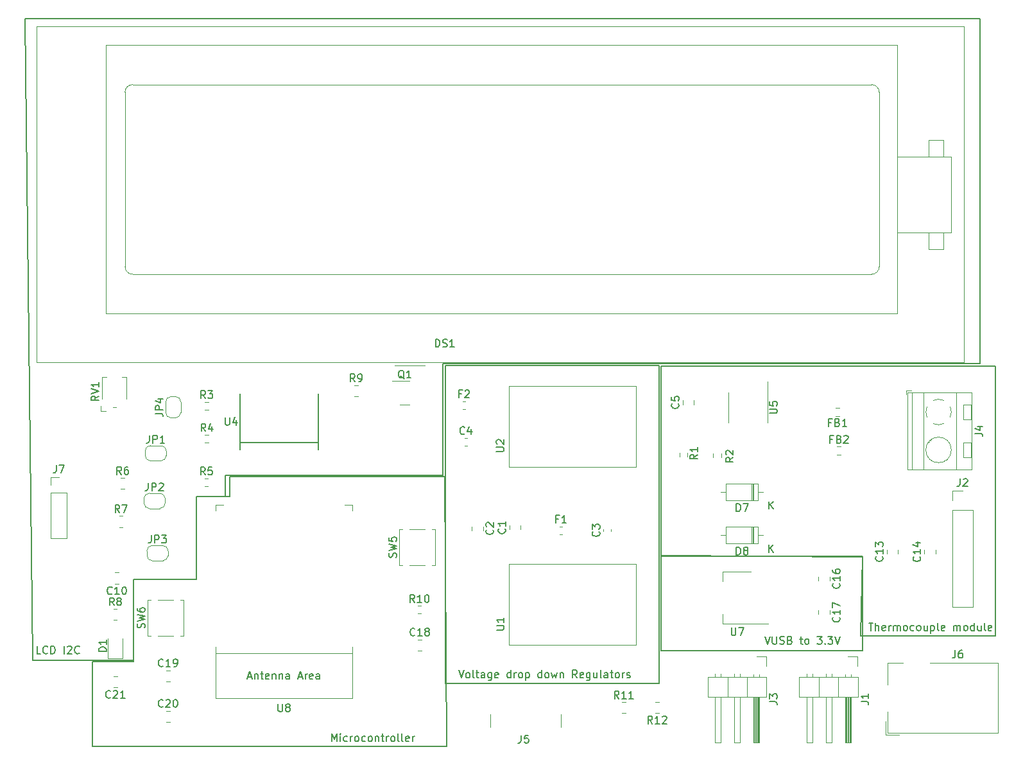
<source format=gbr>
%TF.GenerationSoftware,KiCad,Pcbnew,7.0.10*%
%TF.CreationDate,2024-04-10T22:42:47-07:00*%
%TF.ProjectId,COFFEE_MAKER,434f4646-4545-45f4-9d41-4b45522e6b69,rev?*%
%TF.SameCoordinates,Original*%
%TF.FileFunction,Legend,Top*%
%TF.FilePolarity,Positive*%
%FSLAX46Y46*%
G04 Gerber Fmt 4.6, Leading zero omitted, Abs format (unit mm)*
G04 Created by KiCad (PCBNEW 7.0.10) date 2024-04-10 22:42:47*
%MOMM*%
%LPD*%
G01*
G04 APERTURE LIST*
%ADD10C,0.150000*%
%ADD11C,0.120000*%
%ADD12C,0.203200*%
G04 APERTURE END LIST*
D10*
X184277000Y-92964000D02*
X210820000Y-92964000D01*
X210820000Y-105410000D01*
X184277000Y-105410000D01*
X184277000Y-92964000D01*
X155956000Y-117983000D02*
X109220000Y-117983000D01*
X109220000Y-106807000D01*
X114681000Y-106807000D01*
X114681000Y-96012000D01*
X122936000Y-96012000D01*
X122936000Y-85090000D01*
X127381000Y-85090000D01*
X127381000Y-82423000D01*
X155702000Y-82423000D01*
X155956000Y-117983000D01*
X226314000Y-67564000D02*
X155448000Y-67564000D01*
X155448000Y-82296000D01*
X126746000Y-82296000D01*
X126746000Y-85090000D01*
X122936000Y-85090000D01*
X122936000Y-96012000D01*
X114681000Y-96012000D01*
X114681000Y-106680000D01*
X109601000Y-106680000D01*
X101346000Y-106680000D01*
X100330000Y-22098000D01*
X226314000Y-22098000D01*
X226314000Y-67564000D01*
X155829000Y-67818000D02*
X184023000Y-67818000D01*
X184023000Y-109728000D01*
X155829000Y-109728000D01*
X155829000Y-67818000D01*
X228346000Y-103436331D02*
X210566000Y-103436331D01*
X210820000Y-93022331D01*
X184277000Y-92895331D01*
X184277000Y-67876331D01*
X228346000Y-67876331D01*
X228346000Y-103436331D01*
X157546922Y-107962819D02*
X157880255Y-108962819D01*
X157880255Y-108962819D02*
X158213588Y-107962819D01*
X158689779Y-108962819D02*
X158594541Y-108915200D01*
X158594541Y-108915200D02*
X158546922Y-108867580D01*
X158546922Y-108867580D02*
X158499303Y-108772342D01*
X158499303Y-108772342D02*
X158499303Y-108486628D01*
X158499303Y-108486628D02*
X158546922Y-108391390D01*
X158546922Y-108391390D02*
X158594541Y-108343771D01*
X158594541Y-108343771D02*
X158689779Y-108296152D01*
X158689779Y-108296152D02*
X158832636Y-108296152D01*
X158832636Y-108296152D02*
X158927874Y-108343771D01*
X158927874Y-108343771D02*
X158975493Y-108391390D01*
X158975493Y-108391390D02*
X159023112Y-108486628D01*
X159023112Y-108486628D02*
X159023112Y-108772342D01*
X159023112Y-108772342D02*
X158975493Y-108867580D01*
X158975493Y-108867580D02*
X158927874Y-108915200D01*
X158927874Y-108915200D02*
X158832636Y-108962819D01*
X158832636Y-108962819D02*
X158689779Y-108962819D01*
X159594541Y-108962819D02*
X159499303Y-108915200D01*
X159499303Y-108915200D02*
X159451684Y-108819961D01*
X159451684Y-108819961D02*
X159451684Y-107962819D01*
X159832637Y-108296152D02*
X160213589Y-108296152D01*
X159975494Y-107962819D02*
X159975494Y-108819961D01*
X159975494Y-108819961D02*
X160023113Y-108915200D01*
X160023113Y-108915200D02*
X160118351Y-108962819D01*
X160118351Y-108962819D02*
X160213589Y-108962819D01*
X160975494Y-108962819D02*
X160975494Y-108439009D01*
X160975494Y-108439009D02*
X160927875Y-108343771D01*
X160927875Y-108343771D02*
X160832637Y-108296152D01*
X160832637Y-108296152D02*
X160642161Y-108296152D01*
X160642161Y-108296152D02*
X160546923Y-108343771D01*
X160975494Y-108915200D02*
X160880256Y-108962819D01*
X160880256Y-108962819D02*
X160642161Y-108962819D01*
X160642161Y-108962819D02*
X160546923Y-108915200D01*
X160546923Y-108915200D02*
X160499304Y-108819961D01*
X160499304Y-108819961D02*
X160499304Y-108724723D01*
X160499304Y-108724723D02*
X160546923Y-108629485D01*
X160546923Y-108629485D02*
X160642161Y-108581866D01*
X160642161Y-108581866D02*
X160880256Y-108581866D01*
X160880256Y-108581866D02*
X160975494Y-108534247D01*
X161880256Y-108296152D02*
X161880256Y-109105676D01*
X161880256Y-109105676D02*
X161832637Y-109200914D01*
X161832637Y-109200914D02*
X161785018Y-109248533D01*
X161785018Y-109248533D02*
X161689780Y-109296152D01*
X161689780Y-109296152D02*
X161546923Y-109296152D01*
X161546923Y-109296152D02*
X161451685Y-109248533D01*
X161880256Y-108915200D02*
X161785018Y-108962819D01*
X161785018Y-108962819D02*
X161594542Y-108962819D01*
X161594542Y-108962819D02*
X161499304Y-108915200D01*
X161499304Y-108915200D02*
X161451685Y-108867580D01*
X161451685Y-108867580D02*
X161404066Y-108772342D01*
X161404066Y-108772342D02*
X161404066Y-108486628D01*
X161404066Y-108486628D02*
X161451685Y-108391390D01*
X161451685Y-108391390D02*
X161499304Y-108343771D01*
X161499304Y-108343771D02*
X161594542Y-108296152D01*
X161594542Y-108296152D02*
X161785018Y-108296152D01*
X161785018Y-108296152D02*
X161880256Y-108343771D01*
X162737399Y-108915200D02*
X162642161Y-108962819D01*
X162642161Y-108962819D02*
X162451685Y-108962819D01*
X162451685Y-108962819D02*
X162356447Y-108915200D01*
X162356447Y-108915200D02*
X162308828Y-108819961D01*
X162308828Y-108819961D02*
X162308828Y-108439009D01*
X162308828Y-108439009D02*
X162356447Y-108343771D01*
X162356447Y-108343771D02*
X162451685Y-108296152D01*
X162451685Y-108296152D02*
X162642161Y-108296152D01*
X162642161Y-108296152D02*
X162737399Y-108343771D01*
X162737399Y-108343771D02*
X162785018Y-108439009D01*
X162785018Y-108439009D02*
X162785018Y-108534247D01*
X162785018Y-108534247D02*
X162308828Y-108629485D01*
X164404066Y-108962819D02*
X164404066Y-107962819D01*
X164404066Y-108915200D02*
X164308828Y-108962819D01*
X164308828Y-108962819D02*
X164118352Y-108962819D01*
X164118352Y-108962819D02*
X164023114Y-108915200D01*
X164023114Y-108915200D02*
X163975495Y-108867580D01*
X163975495Y-108867580D02*
X163927876Y-108772342D01*
X163927876Y-108772342D02*
X163927876Y-108486628D01*
X163927876Y-108486628D02*
X163975495Y-108391390D01*
X163975495Y-108391390D02*
X164023114Y-108343771D01*
X164023114Y-108343771D02*
X164118352Y-108296152D01*
X164118352Y-108296152D02*
X164308828Y-108296152D01*
X164308828Y-108296152D02*
X164404066Y-108343771D01*
X164880257Y-108962819D02*
X164880257Y-108296152D01*
X164880257Y-108486628D02*
X164927876Y-108391390D01*
X164927876Y-108391390D02*
X164975495Y-108343771D01*
X164975495Y-108343771D02*
X165070733Y-108296152D01*
X165070733Y-108296152D02*
X165165971Y-108296152D01*
X165642162Y-108962819D02*
X165546924Y-108915200D01*
X165546924Y-108915200D02*
X165499305Y-108867580D01*
X165499305Y-108867580D02*
X165451686Y-108772342D01*
X165451686Y-108772342D02*
X165451686Y-108486628D01*
X165451686Y-108486628D02*
X165499305Y-108391390D01*
X165499305Y-108391390D02*
X165546924Y-108343771D01*
X165546924Y-108343771D02*
X165642162Y-108296152D01*
X165642162Y-108296152D02*
X165785019Y-108296152D01*
X165785019Y-108296152D02*
X165880257Y-108343771D01*
X165880257Y-108343771D02*
X165927876Y-108391390D01*
X165927876Y-108391390D02*
X165975495Y-108486628D01*
X165975495Y-108486628D02*
X165975495Y-108772342D01*
X165975495Y-108772342D02*
X165927876Y-108867580D01*
X165927876Y-108867580D02*
X165880257Y-108915200D01*
X165880257Y-108915200D02*
X165785019Y-108962819D01*
X165785019Y-108962819D02*
X165642162Y-108962819D01*
X166404067Y-108296152D02*
X166404067Y-109296152D01*
X166404067Y-108343771D02*
X166499305Y-108296152D01*
X166499305Y-108296152D02*
X166689781Y-108296152D01*
X166689781Y-108296152D02*
X166785019Y-108343771D01*
X166785019Y-108343771D02*
X166832638Y-108391390D01*
X166832638Y-108391390D02*
X166880257Y-108486628D01*
X166880257Y-108486628D02*
X166880257Y-108772342D01*
X166880257Y-108772342D02*
X166832638Y-108867580D01*
X166832638Y-108867580D02*
X166785019Y-108915200D01*
X166785019Y-108915200D02*
X166689781Y-108962819D01*
X166689781Y-108962819D02*
X166499305Y-108962819D01*
X166499305Y-108962819D02*
X166404067Y-108915200D01*
X168499305Y-108962819D02*
X168499305Y-107962819D01*
X168499305Y-108915200D02*
X168404067Y-108962819D01*
X168404067Y-108962819D02*
X168213591Y-108962819D01*
X168213591Y-108962819D02*
X168118353Y-108915200D01*
X168118353Y-108915200D02*
X168070734Y-108867580D01*
X168070734Y-108867580D02*
X168023115Y-108772342D01*
X168023115Y-108772342D02*
X168023115Y-108486628D01*
X168023115Y-108486628D02*
X168070734Y-108391390D01*
X168070734Y-108391390D02*
X168118353Y-108343771D01*
X168118353Y-108343771D02*
X168213591Y-108296152D01*
X168213591Y-108296152D02*
X168404067Y-108296152D01*
X168404067Y-108296152D02*
X168499305Y-108343771D01*
X169118353Y-108962819D02*
X169023115Y-108915200D01*
X169023115Y-108915200D02*
X168975496Y-108867580D01*
X168975496Y-108867580D02*
X168927877Y-108772342D01*
X168927877Y-108772342D02*
X168927877Y-108486628D01*
X168927877Y-108486628D02*
X168975496Y-108391390D01*
X168975496Y-108391390D02*
X169023115Y-108343771D01*
X169023115Y-108343771D02*
X169118353Y-108296152D01*
X169118353Y-108296152D02*
X169261210Y-108296152D01*
X169261210Y-108296152D02*
X169356448Y-108343771D01*
X169356448Y-108343771D02*
X169404067Y-108391390D01*
X169404067Y-108391390D02*
X169451686Y-108486628D01*
X169451686Y-108486628D02*
X169451686Y-108772342D01*
X169451686Y-108772342D02*
X169404067Y-108867580D01*
X169404067Y-108867580D02*
X169356448Y-108915200D01*
X169356448Y-108915200D02*
X169261210Y-108962819D01*
X169261210Y-108962819D02*
X169118353Y-108962819D01*
X169785020Y-108296152D02*
X169975496Y-108962819D01*
X169975496Y-108962819D02*
X170165972Y-108486628D01*
X170165972Y-108486628D02*
X170356448Y-108962819D01*
X170356448Y-108962819D02*
X170546924Y-108296152D01*
X170927877Y-108296152D02*
X170927877Y-108962819D01*
X170927877Y-108391390D02*
X170975496Y-108343771D01*
X170975496Y-108343771D02*
X171070734Y-108296152D01*
X171070734Y-108296152D02*
X171213591Y-108296152D01*
X171213591Y-108296152D02*
X171308829Y-108343771D01*
X171308829Y-108343771D02*
X171356448Y-108439009D01*
X171356448Y-108439009D02*
X171356448Y-108962819D01*
X173165972Y-108962819D02*
X172832639Y-108486628D01*
X172594544Y-108962819D02*
X172594544Y-107962819D01*
X172594544Y-107962819D02*
X172975496Y-107962819D01*
X172975496Y-107962819D02*
X173070734Y-108010438D01*
X173070734Y-108010438D02*
X173118353Y-108058057D01*
X173118353Y-108058057D02*
X173165972Y-108153295D01*
X173165972Y-108153295D02*
X173165972Y-108296152D01*
X173165972Y-108296152D02*
X173118353Y-108391390D01*
X173118353Y-108391390D02*
X173070734Y-108439009D01*
X173070734Y-108439009D02*
X172975496Y-108486628D01*
X172975496Y-108486628D02*
X172594544Y-108486628D01*
X173975496Y-108915200D02*
X173880258Y-108962819D01*
X173880258Y-108962819D02*
X173689782Y-108962819D01*
X173689782Y-108962819D02*
X173594544Y-108915200D01*
X173594544Y-108915200D02*
X173546925Y-108819961D01*
X173546925Y-108819961D02*
X173546925Y-108439009D01*
X173546925Y-108439009D02*
X173594544Y-108343771D01*
X173594544Y-108343771D02*
X173689782Y-108296152D01*
X173689782Y-108296152D02*
X173880258Y-108296152D01*
X173880258Y-108296152D02*
X173975496Y-108343771D01*
X173975496Y-108343771D02*
X174023115Y-108439009D01*
X174023115Y-108439009D02*
X174023115Y-108534247D01*
X174023115Y-108534247D02*
X173546925Y-108629485D01*
X174880258Y-108296152D02*
X174880258Y-109105676D01*
X174880258Y-109105676D02*
X174832639Y-109200914D01*
X174832639Y-109200914D02*
X174785020Y-109248533D01*
X174785020Y-109248533D02*
X174689782Y-109296152D01*
X174689782Y-109296152D02*
X174546925Y-109296152D01*
X174546925Y-109296152D02*
X174451687Y-109248533D01*
X174880258Y-108915200D02*
X174785020Y-108962819D01*
X174785020Y-108962819D02*
X174594544Y-108962819D01*
X174594544Y-108962819D02*
X174499306Y-108915200D01*
X174499306Y-108915200D02*
X174451687Y-108867580D01*
X174451687Y-108867580D02*
X174404068Y-108772342D01*
X174404068Y-108772342D02*
X174404068Y-108486628D01*
X174404068Y-108486628D02*
X174451687Y-108391390D01*
X174451687Y-108391390D02*
X174499306Y-108343771D01*
X174499306Y-108343771D02*
X174594544Y-108296152D01*
X174594544Y-108296152D02*
X174785020Y-108296152D01*
X174785020Y-108296152D02*
X174880258Y-108343771D01*
X175785020Y-108296152D02*
X175785020Y-108962819D01*
X175356449Y-108296152D02*
X175356449Y-108819961D01*
X175356449Y-108819961D02*
X175404068Y-108915200D01*
X175404068Y-108915200D02*
X175499306Y-108962819D01*
X175499306Y-108962819D02*
X175642163Y-108962819D01*
X175642163Y-108962819D02*
X175737401Y-108915200D01*
X175737401Y-108915200D02*
X175785020Y-108867580D01*
X176404068Y-108962819D02*
X176308830Y-108915200D01*
X176308830Y-108915200D02*
X176261211Y-108819961D01*
X176261211Y-108819961D02*
X176261211Y-107962819D01*
X177213592Y-108962819D02*
X177213592Y-108439009D01*
X177213592Y-108439009D02*
X177165973Y-108343771D01*
X177165973Y-108343771D02*
X177070735Y-108296152D01*
X177070735Y-108296152D02*
X176880259Y-108296152D01*
X176880259Y-108296152D02*
X176785021Y-108343771D01*
X177213592Y-108915200D02*
X177118354Y-108962819D01*
X177118354Y-108962819D02*
X176880259Y-108962819D01*
X176880259Y-108962819D02*
X176785021Y-108915200D01*
X176785021Y-108915200D02*
X176737402Y-108819961D01*
X176737402Y-108819961D02*
X176737402Y-108724723D01*
X176737402Y-108724723D02*
X176785021Y-108629485D01*
X176785021Y-108629485D02*
X176880259Y-108581866D01*
X176880259Y-108581866D02*
X177118354Y-108581866D01*
X177118354Y-108581866D02*
X177213592Y-108534247D01*
X177546926Y-108296152D02*
X177927878Y-108296152D01*
X177689783Y-107962819D02*
X177689783Y-108819961D01*
X177689783Y-108819961D02*
X177737402Y-108915200D01*
X177737402Y-108915200D02*
X177832640Y-108962819D01*
X177832640Y-108962819D02*
X177927878Y-108962819D01*
X178404069Y-108962819D02*
X178308831Y-108915200D01*
X178308831Y-108915200D02*
X178261212Y-108867580D01*
X178261212Y-108867580D02*
X178213593Y-108772342D01*
X178213593Y-108772342D02*
X178213593Y-108486628D01*
X178213593Y-108486628D02*
X178261212Y-108391390D01*
X178261212Y-108391390D02*
X178308831Y-108343771D01*
X178308831Y-108343771D02*
X178404069Y-108296152D01*
X178404069Y-108296152D02*
X178546926Y-108296152D01*
X178546926Y-108296152D02*
X178642164Y-108343771D01*
X178642164Y-108343771D02*
X178689783Y-108391390D01*
X178689783Y-108391390D02*
X178737402Y-108486628D01*
X178737402Y-108486628D02*
X178737402Y-108772342D01*
X178737402Y-108772342D02*
X178689783Y-108867580D01*
X178689783Y-108867580D02*
X178642164Y-108915200D01*
X178642164Y-108915200D02*
X178546926Y-108962819D01*
X178546926Y-108962819D02*
X178404069Y-108962819D01*
X179165974Y-108962819D02*
X179165974Y-108296152D01*
X179165974Y-108486628D02*
X179213593Y-108391390D01*
X179213593Y-108391390D02*
X179261212Y-108343771D01*
X179261212Y-108343771D02*
X179356450Y-108296152D01*
X179356450Y-108296152D02*
X179451688Y-108296152D01*
X179737403Y-108915200D02*
X179832641Y-108962819D01*
X179832641Y-108962819D02*
X180023117Y-108962819D01*
X180023117Y-108962819D02*
X180118355Y-108915200D01*
X180118355Y-108915200D02*
X180165974Y-108819961D01*
X180165974Y-108819961D02*
X180165974Y-108772342D01*
X180165974Y-108772342D02*
X180118355Y-108677104D01*
X180118355Y-108677104D02*
X180023117Y-108629485D01*
X180023117Y-108629485D02*
X179880260Y-108629485D01*
X179880260Y-108629485D02*
X179785022Y-108581866D01*
X179785022Y-108581866D02*
X179737403Y-108486628D01*
X179737403Y-108486628D02*
X179737403Y-108439009D01*
X179737403Y-108439009D02*
X179785022Y-108343771D01*
X179785022Y-108343771D02*
X179880260Y-108296152D01*
X179880260Y-108296152D02*
X180023117Y-108296152D01*
X180023117Y-108296152D02*
X180118355Y-108343771D01*
X140798779Y-117344819D02*
X140798779Y-116344819D01*
X140798779Y-116344819D02*
X141132112Y-117059104D01*
X141132112Y-117059104D02*
X141465445Y-116344819D01*
X141465445Y-116344819D02*
X141465445Y-117344819D01*
X141941636Y-117344819D02*
X141941636Y-116678152D01*
X141941636Y-116344819D02*
X141894017Y-116392438D01*
X141894017Y-116392438D02*
X141941636Y-116440057D01*
X141941636Y-116440057D02*
X141989255Y-116392438D01*
X141989255Y-116392438D02*
X141941636Y-116344819D01*
X141941636Y-116344819D02*
X141941636Y-116440057D01*
X142846397Y-117297200D02*
X142751159Y-117344819D01*
X142751159Y-117344819D02*
X142560683Y-117344819D01*
X142560683Y-117344819D02*
X142465445Y-117297200D01*
X142465445Y-117297200D02*
X142417826Y-117249580D01*
X142417826Y-117249580D02*
X142370207Y-117154342D01*
X142370207Y-117154342D02*
X142370207Y-116868628D01*
X142370207Y-116868628D02*
X142417826Y-116773390D01*
X142417826Y-116773390D02*
X142465445Y-116725771D01*
X142465445Y-116725771D02*
X142560683Y-116678152D01*
X142560683Y-116678152D02*
X142751159Y-116678152D01*
X142751159Y-116678152D02*
X142846397Y-116725771D01*
X143274969Y-117344819D02*
X143274969Y-116678152D01*
X143274969Y-116868628D02*
X143322588Y-116773390D01*
X143322588Y-116773390D02*
X143370207Y-116725771D01*
X143370207Y-116725771D02*
X143465445Y-116678152D01*
X143465445Y-116678152D02*
X143560683Y-116678152D01*
X144036874Y-117344819D02*
X143941636Y-117297200D01*
X143941636Y-117297200D02*
X143894017Y-117249580D01*
X143894017Y-117249580D02*
X143846398Y-117154342D01*
X143846398Y-117154342D02*
X143846398Y-116868628D01*
X143846398Y-116868628D02*
X143894017Y-116773390D01*
X143894017Y-116773390D02*
X143941636Y-116725771D01*
X143941636Y-116725771D02*
X144036874Y-116678152D01*
X144036874Y-116678152D02*
X144179731Y-116678152D01*
X144179731Y-116678152D02*
X144274969Y-116725771D01*
X144274969Y-116725771D02*
X144322588Y-116773390D01*
X144322588Y-116773390D02*
X144370207Y-116868628D01*
X144370207Y-116868628D02*
X144370207Y-117154342D01*
X144370207Y-117154342D02*
X144322588Y-117249580D01*
X144322588Y-117249580D02*
X144274969Y-117297200D01*
X144274969Y-117297200D02*
X144179731Y-117344819D01*
X144179731Y-117344819D02*
X144036874Y-117344819D01*
X145227350Y-117297200D02*
X145132112Y-117344819D01*
X145132112Y-117344819D02*
X144941636Y-117344819D01*
X144941636Y-117344819D02*
X144846398Y-117297200D01*
X144846398Y-117297200D02*
X144798779Y-117249580D01*
X144798779Y-117249580D02*
X144751160Y-117154342D01*
X144751160Y-117154342D02*
X144751160Y-116868628D01*
X144751160Y-116868628D02*
X144798779Y-116773390D01*
X144798779Y-116773390D02*
X144846398Y-116725771D01*
X144846398Y-116725771D02*
X144941636Y-116678152D01*
X144941636Y-116678152D02*
X145132112Y-116678152D01*
X145132112Y-116678152D02*
X145227350Y-116725771D01*
X145798779Y-117344819D02*
X145703541Y-117297200D01*
X145703541Y-117297200D02*
X145655922Y-117249580D01*
X145655922Y-117249580D02*
X145608303Y-117154342D01*
X145608303Y-117154342D02*
X145608303Y-116868628D01*
X145608303Y-116868628D02*
X145655922Y-116773390D01*
X145655922Y-116773390D02*
X145703541Y-116725771D01*
X145703541Y-116725771D02*
X145798779Y-116678152D01*
X145798779Y-116678152D02*
X145941636Y-116678152D01*
X145941636Y-116678152D02*
X146036874Y-116725771D01*
X146036874Y-116725771D02*
X146084493Y-116773390D01*
X146084493Y-116773390D02*
X146132112Y-116868628D01*
X146132112Y-116868628D02*
X146132112Y-117154342D01*
X146132112Y-117154342D02*
X146084493Y-117249580D01*
X146084493Y-117249580D02*
X146036874Y-117297200D01*
X146036874Y-117297200D02*
X145941636Y-117344819D01*
X145941636Y-117344819D02*
X145798779Y-117344819D01*
X146560684Y-116678152D02*
X146560684Y-117344819D01*
X146560684Y-116773390D02*
X146608303Y-116725771D01*
X146608303Y-116725771D02*
X146703541Y-116678152D01*
X146703541Y-116678152D02*
X146846398Y-116678152D01*
X146846398Y-116678152D02*
X146941636Y-116725771D01*
X146941636Y-116725771D02*
X146989255Y-116821009D01*
X146989255Y-116821009D02*
X146989255Y-117344819D01*
X147322589Y-116678152D02*
X147703541Y-116678152D01*
X147465446Y-116344819D02*
X147465446Y-117201961D01*
X147465446Y-117201961D02*
X147513065Y-117297200D01*
X147513065Y-117297200D02*
X147608303Y-117344819D01*
X147608303Y-117344819D02*
X147703541Y-117344819D01*
X148036875Y-117344819D02*
X148036875Y-116678152D01*
X148036875Y-116868628D02*
X148084494Y-116773390D01*
X148084494Y-116773390D02*
X148132113Y-116725771D01*
X148132113Y-116725771D02*
X148227351Y-116678152D01*
X148227351Y-116678152D02*
X148322589Y-116678152D01*
X148798780Y-117344819D02*
X148703542Y-117297200D01*
X148703542Y-117297200D02*
X148655923Y-117249580D01*
X148655923Y-117249580D02*
X148608304Y-117154342D01*
X148608304Y-117154342D02*
X148608304Y-116868628D01*
X148608304Y-116868628D02*
X148655923Y-116773390D01*
X148655923Y-116773390D02*
X148703542Y-116725771D01*
X148703542Y-116725771D02*
X148798780Y-116678152D01*
X148798780Y-116678152D02*
X148941637Y-116678152D01*
X148941637Y-116678152D02*
X149036875Y-116725771D01*
X149036875Y-116725771D02*
X149084494Y-116773390D01*
X149084494Y-116773390D02*
X149132113Y-116868628D01*
X149132113Y-116868628D02*
X149132113Y-117154342D01*
X149132113Y-117154342D02*
X149084494Y-117249580D01*
X149084494Y-117249580D02*
X149036875Y-117297200D01*
X149036875Y-117297200D02*
X148941637Y-117344819D01*
X148941637Y-117344819D02*
X148798780Y-117344819D01*
X149703542Y-117344819D02*
X149608304Y-117297200D01*
X149608304Y-117297200D02*
X149560685Y-117201961D01*
X149560685Y-117201961D02*
X149560685Y-116344819D01*
X150227352Y-117344819D02*
X150132114Y-117297200D01*
X150132114Y-117297200D02*
X150084495Y-117201961D01*
X150084495Y-117201961D02*
X150084495Y-116344819D01*
X150989257Y-117297200D02*
X150894019Y-117344819D01*
X150894019Y-117344819D02*
X150703543Y-117344819D01*
X150703543Y-117344819D02*
X150608305Y-117297200D01*
X150608305Y-117297200D02*
X150560686Y-117201961D01*
X150560686Y-117201961D02*
X150560686Y-116821009D01*
X150560686Y-116821009D02*
X150608305Y-116725771D01*
X150608305Y-116725771D02*
X150703543Y-116678152D01*
X150703543Y-116678152D02*
X150894019Y-116678152D01*
X150894019Y-116678152D02*
X150989257Y-116725771D01*
X150989257Y-116725771D02*
X151036876Y-116821009D01*
X151036876Y-116821009D02*
X151036876Y-116916247D01*
X151036876Y-116916247D02*
X150560686Y-117011485D01*
X151465448Y-117344819D02*
X151465448Y-116678152D01*
X151465448Y-116868628D02*
X151513067Y-116773390D01*
X151513067Y-116773390D02*
X151560686Y-116725771D01*
X151560686Y-116725771D02*
X151655924Y-116678152D01*
X151655924Y-116678152D02*
X151751162Y-116678152D01*
X102412969Y-105787819D02*
X101936779Y-105787819D01*
X101936779Y-105787819D02*
X101936779Y-104787819D01*
X103317731Y-105692580D02*
X103270112Y-105740200D01*
X103270112Y-105740200D02*
X103127255Y-105787819D01*
X103127255Y-105787819D02*
X103032017Y-105787819D01*
X103032017Y-105787819D02*
X102889160Y-105740200D01*
X102889160Y-105740200D02*
X102793922Y-105644961D01*
X102793922Y-105644961D02*
X102746303Y-105549723D01*
X102746303Y-105549723D02*
X102698684Y-105359247D01*
X102698684Y-105359247D02*
X102698684Y-105216390D01*
X102698684Y-105216390D02*
X102746303Y-105025914D01*
X102746303Y-105025914D02*
X102793922Y-104930676D01*
X102793922Y-104930676D02*
X102889160Y-104835438D01*
X102889160Y-104835438D02*
X103032017Y-104787819D01*
X103032017Y-104787819D02*
X103127255Y-104787819D01*
X103127255Y-104787819D02*
X103270112Y-104835438D01*
X103270112Y-104835438D02*
X103317731Y-104883057D01*
X103746303Y-105787819D02*
X103746303Y-104787819D01*
X103746303Y-104787819D02*
X103984398Y-104787819D01*
X103984398Y-104787819D02*
X104127255Y-104835438D01*
X104127255Y-104835438D02*
X104222493Y-104930676D01*
X104222493Y-104930676D02*
X104270112Y-105025914D01*
X104270112Y-105025914D02*
X104317731Y-105216390D01*
X104317731Y-105216390D02*
X104317731Y-105359247D01*
X104317731Y-105359247D02*
X104270112Y-105549723D01*
X104270112Y-105549723D02*
X104222493Y-105644961D01*
X104222493Y-105644961D02*
X104127255Y-105740200D01*
X104127255Y-105740200D02*
X103984398Y-105787819D01*
X103984398Y-105787819D02*
X103746303Y-105787819D01*
X105508208Y-105787819D02*
X105508208Y-104787819D01*
X105936779Y-104883057D02*
X105984398Y-104835438D01*
X105984398Y-104835438D02*
X106079636Y-104787819D01*
X106079636Y-104787819D02*
X106317731Y-104787819D01*
X106317731Y-104787819D02*
X106412969Y-104835438D01*
X106412969Y-104835438D02*
X106460588Y-104883057D01*
X106460588Y-104883057D02*
X106508207Y-104978295D01*
X106508207Y-104978295D02*
X106508207Y-105073533D01*
X106508207Y-105073533D02*
X106460588Y-105216390D01*
X106460588Y-105216390D02*
X105889160Y-105787819D01*
X105889160Y-105787819D02*
X106508207Y-105787819D01*
X107508207Y-105692580D02*
X107460588Y-105740200D01*
X107460588Y-105740200D02*
X107317731Y-105787819D01*
X107317731Y-105787819D02*
X107222493Y-105787819D01*
X107222493Y-105787819D02*
X107079636Y-105740200D01*
X107079636Y-105740200D02*
X106984398Y-105644961D01*
X106984398Y-105644961D02*
X106936779Y-105549723D01*
X106936779Y-105549723D02*
X106889160Y-105359247D01*
X106889160Y-105359247D02*
X106889160Y-105216390D01*
X106889160Y-105216390D02*
X106936779Y-105025914D01*
X106936779Y-105025914D02*
X106984398Y-104930676D01*
X106984398Y-104930676D02*
X107079636Y-104835438D01*
X107079636Y-104835438D02*
X107222493Y-104787819D01*
X107222493Y-104787819D02*
X107317731Y-104787819D01*
X107317731Y-104787819D02*
X107460588Y-104835438D01*
X107460588Y-104835438D02*
X107508207Y-104883057D01*
X211648922Y-101739819D02*
X212220350Y-101739819D01*
X211934636Y-102739819D02*
X211934636Y-101739819D01*
X212553684Y-102739819D02*
X212553684Y-101739819D01*
X212982255Y-102739819D02*
X212982255Y-102216009D01*
X212982255Y-102216009D02*
X212934636Y-102120771D01*
X212934636Y-102120771D02*
X212839398Y-102073152D01*
X212839398Y-102073152D02*
X212696541Y-102073152D01*
X212696541Y-102073152D02*
X212601303Y-102120771D01*
X212601303Y-102120771D02*
X212553684Y-102168390D01*
X213839398Y-102692200D02*
X213744160Y-102739819D01*
X213744160Y-102739819D02*
X213553684Y-102739819D01*
X213553684Y-102739819D02*
X213458446Y-102692200D01*
X213458446Y-102692200D02*
X213410827Y-102596961D01*
X213410827Y-102596961D02*
X213410827Y-102216009D01*
X213410827Y-102216009D02*
X213458446Y-102120771D01*
X213458446Y-102120771D02*
X213553684Y-102073152D01*
X213553684Y-102073152D02*
X213744160Y-102073152D01*
X213744160Y-102073152D02*
X213839398Y-102120771D01*
X213839398Y-102120771D02*
X213887017Y-102216009D01*
X213887017Y-102216009D02*
X213887017Y-102311247D01*
X213887017Y-102311247D02*
X213410827Y-102406485D01*
X214315589Y-102739819D02*
X214315589Y-102073152D01*
X214315589Y-102263628D02*
X214363208Y-102168390D01*
X214363208Y-102168390D02*
X214410827Y-102120771D01*
X214410827Y-102120771D02*
X214506065Y-102073152D01*
X214506065Y-102073152D02*
X214601303Y-102073152D01*
X214934637Y-102739819D02*
X214934637Y-102073152D01*
X214934637Y-102168390D02*
X214982256Y-102120771D01*
X214982256Y-102120771D02*
X215077494Y-102073152D01*
X215077494Y-102073152D02*
X215220351Y-102073152D01*
X215220351Y-102073152D02*
X215315589Y-102120771D01*
X215315589Y-102120771D02*
X215363208Y-102216009D01*
X215363208Y-102216009D02*
X215363208Y-102739819D01*
X215363208Y-102216009D02*
X215410827Y-102120771D01*
X215410827Y-102120771D02*
X215506065Y-102073152D01*
X215506065Y-102073152D02*
X215648922Y-102073152D01*
X215648922Y-102073152D02*
X215744161Y-102120771D01*
X215744161Y-102120771D02*
X215791780Y-102216009D01*
X215791780Y-102216009D02*
X215791780Y-102739819D01*
X216410827Y-102739819D02*
X216315589Y-102692200D01*
X216315589Y-102692200D02*
X216267970Y-102644580D01*
X216267970Y-102644580D02*
X216220351Y-102549342D01*
X216220351Y-102549342D02*
X216220351Y-102263628D01*
X216220351Y-102263628D02*
X216267970Y-102168390D01*
X216267970Y-102168390D02*
X216315589Y-102120771D01*
X216315589Y-102120771D02*
X216410827Y-102073152D01*
X216410827Y-102073152D02*
X216553684Y-102073152D01*
X216553684Y-102073152D02*
X216648922Y-102120771D01*
X216648922Y-102120771D02*
X216696541Y-102168390D01*
X216696541Y-102168390D02*
X216744160Y-102263628D01*
X216744160Y-102263628D02*
X216744160Y-102549342D01*
X216744160Y-102549342D02*
X216696541Y-102644580D01*
X216696541Y-102644580D02*
X216648922Y-102692200D01*
X216648922Y-102692200D02*
X216553684Y-102739819D01*
X216553684Y-102739819D02*
X216410827Y-102739819D01*
X217601303Y-102692200D02*
X217506065Y-102739819D01*
X217506065Y-102739819D02*
X217315589Y-102739819D01*
X217315589Y-102739819D02*
X217220351Y-102692200D01*
X217220351Y-102692200D02*
X217172732Y-102644580D01*
X217172732Y-102644580D02*
X217125113Y-102549342D01*
X217125113Y-102549342D02*
X217125113Y-102263628D01*
X217125113Y-102263628D02*
X217172732Y-102168390D01*
X217172732Y-102168390D02*
X217220351Y-102120771D01*
X217220351Y-102120771D02*
X217315589Y-102073152D01*
X217315589Y-102073152D02*
X217506065Y-102073152D01*
X217506065Y-102073152D02*
X217601303Y-102120771D01*
X218172732Y-102739819D02*
X218077494Y-102692200D01*
X218077494Y-102692200D02*
X218029875Y-102644580D01*
X218029875Y-102644580D02*
X217982256Y-102549342D01*
X217982256Y-102549342D02*
X217982256Y-102263628D01*
X217982256Y-102263628D02*
X218029875Y-102168390D01*
X218029875Y-102168390D02*
X218077494Y-102120771D01*
X218077494Y-102120771D02*
X218172732Y-102073152D01*
X218172732Y-102073152D02*
X218315589Y-102073152D01*
X218315589Y-102073152D02*
X218410827Y-102120771D01*
X218410827Y-102120771D02*
X218458446Y-102168390D01*
X218458446Y-102168390D02*
X218506065Y-102263628D01*
X218506065Y-102263628D02*
X218506065Y-102549342D01*
X218506065Y-102549342D02*
X218458446Y-102644580D01*
X218458446Y-102644580D02*
X218410827Y-102692200D01*
X218410827Y-102692200D02*
X218315589Y-102739819D01*
X218315589Y-102739819D02*
X218172732Y-102739819D01*
X219363208Y-102073152D02*
X219363208Y-102739819D01*
X218934637Y-102073152D02*
X218934637Y-102596961D01*
X218934637Y-102596961D02*
X218982256Y-102692200D01*
X218982256Y-102692200D02*
X219077494Y-102739819D01*
X219077494Y-102739819D02*
X219220351Y-102739819D01*
X219220351Y-102739819D02*
X219315589Y-102692200D01*
X219315589Y-102692200D02*
X219363208Y-102644580D01*
X219839399Y-102073152D02*
X219839399Y-103073152D01*
X219839399Y-102120771D02*
X219934637Y-102073152D01*
X219934637Y-102073152D02*
X220125113Y-102073152D01*
X220125113Y-102073152D02*
X220220351Y-102120771D01*
X220220351Y-102120771D02*
X220267970Y-102168390D01*
X220267970Y-102168390D02*
X220315589Y-102263628D01*
X220315589Y-102263628D02*
X220315589Y-102549342D01*
X220315589Y-102549342D02*
X220267970Y-102644580D01*
X220267970Y-102644580D02*
X220220351Y-102692200D01*
X220220351Y-102692200D02*
X220125113Y-102739819D01*
X220125113Y-102739819D02*
X219934637Y-102739819D01*
X219934637Y-102739819D02*
X219839399Y-102692200D01*
X220887018Y-102739819D02*
X220791780Y-102692200D01*
X220791780Y-102692200D02*
X220744161Y-102596961D01*
X220744161Y-102596961D02*
X220744161Y-101739819D01*
X221648923Y-102692200D02*
X221553685Y-102739819D01*
X221553685Y-102739819D02*
X221363209Y-102739819D01*
X221363209Y-102739819D02*
X221267971Y-102692200D01*
X221267971Y-102692200D02*
X221220352Y-102596961D01*
X221220352Y-102596961D02*
X221220352Y-102216009D01*
X221220352Y-102216009D02*
X221267971Y-102120771D01*
X221267971Y-102120771D02*
X221363209Y-102073152D01*
X221363209Y-102073152D02*
X221553685Y-102073152D01*
X221553685Y-102073152D02*
X221648923Y-102120771D01*
X221648923Y-102120771D02*
X221696542Y-102216009D01*
X221696542Y-102216009D02*
X221696542Y-102311247D01*
X221696542Y-102311247D02*
X221220352Y-102406485D01*
X222887019Y-102739819D02*
X222887019Y-102073152D01*
X222887019Y-102168390D02*
X222934638Y-102120771D01*
X222934638Y-102120771D02*
X223029876Y-102073152D01*
X223029876Y-102073152D02*
X223172733Y-102073152D01*
X223172733Y-102073152D02*
X223267971Y-102120771D01*
X223267971Y-102120771D02*
X223315590Y-102216009D01*
X223315590Y-102216009D02*
X223315590Y-102739819D01*
X223315590Y-102216009D02*
X223363209Y-102120771D01*
X223363209Y-102120771D02*
X223458447Y-102073152D01*
X223458447Y-102073152D02*
X223601304Y-102073152D01*
X223601304Y-102073152D02*
X223696543Y-102120771D01*
X223696543Y-102120771D02*
X223744162Y-102216009D01*
X223744162Y-102216009D02*
X223744162Y-102739819D01*
X224363209Y-102739819D02*
X224267971Y-102692200D01*
X224267971Y-102692200D02*
X224220352Y-102644580D01*
X224220352Y-102644580D02*
X224172733Y-102549342D01*
X224172733Y-102549342D02*
X224172733Y-102263628D01*
X224172733Y-102263628D02*
X224220352Y-102168390D01*
X224220352Y-102168390D02*
X224267971Y-102120771D01*
X224267971Y-102120771D02*
X224363209Y-102073152D01*
X224363209Y-102073152D02*
X224506066Y-102073152D01*
X224506066Y-102073152D02*
X224601304Y-102120771D01*
X224601304Y-102120771D02*
X224648923Y-102168390D01*
X224648923Y-102168390D02*
X224696542Y-102263628D01*
X224696542Y-102263628D02*
X224696542Y-102549342D01*
X224696542Y-102549342D02*
X224648923Y-102644580D01*
X224648923Y-102644580D02*
X224601304Y-102692200D01*
X224601304Y-102692200D02*
X224506066Y-102739819D01*
X224506066Y-102739819D02*
X224363209Y-102739819D01*
X225553685Y-102739819D02*
X225553685Y-101739819D01*
X225553685Y-102692200D02*
X225458447Y-102739819D01*
X225458447Y-102739819D02*
X225267971Y-102739819D01*
X225267971Y-102739819D02*
X225172733Y-102692200D01*
X225172733Y-102692200D02*
X225125114Y-102644580D01*
X225125114Y-102644580D02*
X225077495Y-102549342D01*
X225077495Y-102549342D02*
X225077495Y-102263628D01*
X225077495Y-102263628D02*
X225125114Y-102168390D01*
X225125114Y-102168390D02*
X225172733Y-102120771D01*
X225172733Y-102120771D02*
X225267971Y-102073152D01*
X225267971Y-102073152D02*
X225458447Y-102073152D01*
X225458447Y-102073152D02*
X225553685Y-102120771D01*
X226458447Y-102073152D02*
X226458447Y-102739819D01*
X226029876Y-102073152D02*
X226029876Y-102596961D01*
X226029876Y-102596961D02*
X226077495Y-102692200D01*
X226077495Y-102692200D02*
X226172733Y-102739819D01*
X226172733Y-102739819D02*
X226315590Y-102739819D01*
X226315590Y-102739819D02*
X226410828Y-102692200D01*
X226410828Y-102692200D02*
X226458447Y-102644580D01*
X227077495Y-102739819D02*
X226982257Y-102692200D01*
X226982257Y-102692200D02*
X226934638Y-102596961D01*
X226934638Y-102596961D02*
X226934638Y-101739819D01*
X227839400Y-102692200D02*
X227744162Y-102739819D01*
X227744162Y-102739819D02*
X227553686Y-102739819D01*
X227553686Y-102739819D02*
X227458448Y-102692200D01*
X227458448Y-102692200D02*
X227410829Y-102596961D01*
X227410829Y-102596961D02*
X227410829Y-102216009D01*
X227410829Y-102216009D02*
X227458448Y-102120771D01*
X227458448Y-102120771D02*
X227553686Y-102073152D01*
X227553686Y-102073152D02*
X227744162Y-102073152D01*
X227744162Y-102073152D02*
X227839400Y-102120771D01*
X227839400Y-102120771D02*
X227887019Y-102216009D01*
X227887019Y-102216009D02*
X227887019Y-102311247D01*
X227887019Y-102311247D02*
X227410829Y-102406485D01*
X197932922Y-103517819D02*
X198266255Y-104517819D01*
X198266255Y-104517819D02*
X198599588Y-103517819D01*
X198932922Y-103517819D02*
X198932922Y-104327342D01*
X198932922Y-104327342D02*
X198980541Y-104422580D01*
X198980541Y-104422580D02*
X199028160Y-104470200D01*
X199028160Y-104470200D02*
X199123398Y-104517819D01*
X199123398Y-104517819D02*
X199313874Y-104517819D01*
X199313874Y-104517819D02*
X199409112Y-104470200D01*
X199409112Y-104470200D02*
X199456731Y-104422580D01*
X199456731Y-104422580D02*
X199504350Y-104327342D01*
X199504350Y-104327342D02*
X199504350Y-103517819D01*
X199932922Y-104470200D02*
X200075779Y-104517819D01*
X200075779Y-104517819D02*
X200313874Y-104517819D01*
X200313874Y-104517819D02*
X200409112Y-104470200D01*
X200409112Y-104470200D02*
X200456731Y-104422580D01*
X200456731Y-104422580D02*
X200504350Y-104327342D01*
X200504350Y-104327342D02*
X200504350Y-104232104D01*
X200504350Y-104232104D02*
X200456731Y-104136866D01*
X200456731Y-104136866D02*
X200409112Y-104089247D01*
X200409112Y-104089247D02*
X200313874Y-104041628D01*
X200313874Y-104041628D02*
X200123398Y-103994009D01*
X200123398Y-103994009D02*
X200028160Y-103946390D01*
X200028160Y-103946390D02*
X199980541Y-103898771D01*
X199980541Y-103898771D02*
X199932922Y-103803533D01*
X199932922Y-103803533D02*
X199932922Y-103708295D01*
X199932922Y-103708295D02*
X199980541Y-103613057D01*
X199980541Y-103613057D02*
X200028160Y-103565438D01*
X200028160Y-103565438D02*
X200123398Y-103517819D01*
X200123398Y-103517819D02*
X200361493Y-103517819D01*
X200361493Y-103517819D02*
X200504350Y-103565438D01*
X201266255Y-103994009D02*
X201409112Y-104041628D01*
X201409112Y-104041628D02*
X201456731Y-104089247D01*
X201456731Y-104089247D02*
X201504350Y-104184485D01*
X201504350Y-104184485D02*
X201504350Y-104327342D01*
X201504350Y-104327342D02*
X201456731Y-104422580D01*
X201456731Y-104422580D02*
X201409112Y-104470200D01*
X201409112Y-104470200D02*
X201313874Y-104517819D01*
X201313874Y-104517819D02*
X200932922Y-104517819D01*
X200932922Y-104517819D02*
X200932922Y-103517819D01*
X200932922Y-103517819D02*
X201266255Y-103517819D01*
X201266255Y-103517819D02*
X201361493Y-103565438D01*
X201361493Y-103565438D02*
X201409112Y-103613057D01*
X201409112Y-103613057D02*
X201456731Y-103708295D01*
X201456731Y-103708295D02*
X201456731Y-103803533D01*
X201456731Y-103803533D02*
X201409112Y-103898771D01*
X201409112Y-103898771D02*
X201361493Y-103946390D01*
X201361493Y-103946390D02*
X201266255Y-103994009D01*
X201266255Y-103994009D02*
X200932922Y-103994009D01*
X202551970Y-103851152D02*
X202932922Y-103851152D01*
X202694827Y-103517819D02*
X202694827Y-104374961D01*
X202694827Y-104374961D02*
X202742446Y-104470200D01*
X202742446Y-104470200D02*
X202837684Y-104517819D01*
X202837684Y-104517819D02*
X202932922Y-104517819D01*
X203409113Y-104517819D02*
X203313875Y-104470200D01*
X203313875Y-104470200D02*
X203266256Y-104422580D01*
X203266256Y-104422580D02*
X203218637Y-104327342D01*
X203218637Y-104327342D02*
X203218637Y-104041628D01*
X203218637Y-104041628D02*
X203266256Y-103946390D01*
X203266256Y-103946390D02*
X203313875Y-103898771D01*
X203313875Y-103898771D02*
X203409113Y-103851152D01*
X203409113Y-103851152D02*
X203551970Y-103851152D01*
X203551970Y-103851152D02*
X203647208Y-103898771D01*
X203647208Y-103898771D02*
X203694827Y-103946390D01*
X203694827Y-103946390D02*
X203742446Y-104041628D01*
X203742446Y-104041628D02*
X203742446Y-104327342D01*
X203742446Y-104327342D02*
X203694827Y-104422580D01*
X203694827Y-104422580D02*
X203647208Y-104470200D01*
X203647208Y-104470200D02*
X203551970Y-104517819D01*
X203551970Y-104517819D02*
X203409113Y-104517819D01*
X204837685Y-103517819D02*
X205456732Y-103517819D01*
X205456732Y-103517819D02*
X205123399Y-103898771D01*
X205123399Y-103898771D02*
X205266256Y-103898771D01*
X205266256Y-103898771D02*
X205361494Y-103946390D01*
X205361494Y-103946390D02*
X205409113Y-103994009D01*
X205409113Y-103994009D02*
X205456732Y-104089247D01*
X205456732Y-104089247D02*
X205456732Y-104327342D01*
X205456732Y-104327342D02*
X205409113Y-104422580D01*
X205409113Y-104422580D02*
X205361494Y-104470200D01*
X205361494Y-104470200D02*
X205266256Y-104517819D01*
X205266256Y-104517819D02*
X204980542Y-104517819D01*
X204980542Y-104517819D02*
X204885304Y-104470200D01*
X204885304Y-104470200D02*
X204837685Y-104422580D01*
X205885304Y-104422580D02*
X205932923Y-104470200D01*
X205932923Y-104470200D02*
X205885304Y-104517819D01*
X205885304Y-104517819D02*
X205837685Y-104470200D01*
X205837685Y-104470200D02*
X205885304Y-104422580D01*
X205885304Y-104422580D02*
X205885304Y-104517819D01*
X206266256Y-103517819D02*
X206885303Y-103517819D01*
X206885303Y-103517819D02*
X206551970Y-103898771D01*
X206551970Y-103898771D02*
X206694827Y-103898771D01*
X206694827Y-103898771D02*
X206790065Y-103946390D01*
X206790065Y-103946390D02*
X206837684Y-103994009D01*
X206837684Y-103994009D02*
X206885303Y-104089247D01*
X206885303Y-104089247D02*
X206885303Y-104327342D01*
X206885303Y-104327342D02*
X206837684Y-104422580D01*
X206837684Y-104422580D02*
X206790065Y-104470200D01*
X206790065Y-104470200D02*
X206694827Y-104517819D01*
X206694827Y-104517819D02*
X206409113Y-104517819D01*
X206409113Y-104517819D02*
X206313875Y-104470200D01*
X206313875Y-104470200D02*
X206266256Y-104422580D01*
X207171018Y-103517819D02*
X207504351Y-104517819D01*
X207504351Y-104517819D02*
X207837684Y-103517819D01*
X112823333Y-87174819D02*
X112490000Y-86698628D01*
X112251905Y-87174819D02*
X112251905Y-86174819D01*
X112251905Y-86174819D02*
X112632857Y-86174819D01*
X112632857Y-86174819D02*
X112728095Y-86222438D01*
X112728095Y-86222438D02*
X112775714Y-86270057D01*
X112775714Y-86270057D02*
X112823333Y-86365295D01*
X112823333Y-86365295D02*
X112823333Y-86508152D01*
X112823333Y-86508152D02*
X112775714Y-86603390D01*
X112775714Y-86603390D02*
X112728095Y-86651009D01*
X112728095Y-86651009D02*
X112632857Y-86698628D01*
X112632857Y-86698628D02*
X112251905Y-86698628D01*
X113156667Y-86174819D02*
X113823333Y-86174819D01*
X113823333Y-86174819D02*
X113394762Y-87174819D01*
X206692286Y-75290249D02*
X206358953Y-75290249D01*
X206358953Y-75814059D02*
X206358953Y-74814059D01*
X206358953Y-74814059D02*
X206835143Y-74814059D01*
X207549429Y-75290249D02*
X207692286Y-75337868D01*
X207692286Y-75337868D02*
X207739905Y-75385487D01*
X207739905Y-75385487D02*
X207787524Y-75480725D01*
X207787524Y-75480725D02*
X207787524Y-75623582D01*
X207787524Y-75623582D02*
X207739905Y-75718820D01*
X207739905Y-75718820D02*
X207692286Y-75766440D01*
X207692286Y-75766440D02*
X207597048Y-75814059D01*
X207597048Y-75814059D02*
X207216096Y-75814059D01*
X207216096Y-75814059D02*
X207216096Y-74814059D01*
X207216096Y-74814059D02*
X207549429Y-74814059D01*
X207549429Y-74814059D02*
X207644667Y-74861678D01*
X207644667Y-74861678D02*
X207692286Y-74909297D01*
X207692286Y-74909297D02*
X207739905Y-75004535D01*
X207739905Y-75004535D02*
X207739905Y-75099773D01*
X207739905Y-75099773D02*
X207692286Y-75195011D01*
X207692286Y-75195011D02*
X207644667Y-75242630D01*
X207644667Y-75242630D02*
X207549429Y-75290249D01*
X207549429Y-75290249D02*
X207216096Y-75290249D01*
X208739905Y-75814059D02*
X208168477Y-75814059D01*
X208454191Y-75814059D02*
X208454191Y-74814059D01*
X208454191Y-74814059D02*
X208358953Y-74956916D01*
X208358953Y-74956916D02*
X208263715Y-75052154D01*
X208263715Y-75052154D02*
X208168477Y-75099773D01*
X133738715Y-112424059D02*
X133738715Y-113233582D01*
X133738715Y-113233582D02*
X133786334Y-113328820D01*
X133786334Y-113328820D02*
X133833953Y-113376440D01*
X133833953Y-113376440D02*
X133929191Y-113424059D01*
X133929191Y-113424059D02*
X134119667Y-113424059D01*
X134119667Y-113424059D02*
X134214905Y-113376440D01*
X134214905Y-113376440D02*
X134262524Y-113328820D01*
X134262524Y-113328820D02*
X134310143Y-113233582D01*
X134310143Y-113233582D02*
X134310143Y-112424059D01*
X134929191Y-112852630D02*
X134833953Y-112805011D01*
X134833953Y-112805011D02*
X134786334Y-112757392D01*
X134786334Y-112757392D02*
X134738715Y-112662154D01*
X134738715Y-112662154D02*
X134738715Y-112614535D01*
X134738715Y-112614535D02*
X134786334Y-112519297D01*
X134786334Y-112519297D02*
X134833953Y-112471678D01*
X134833953Y-112471678D02*
X134929191Y-112424059D01*
X134929191Y-112424059D02*
X135119667Y-112424059D01*
X135119667Y-112424059D02*
X135214905Y-112471678D01*
X135214905Y-112471678D02*
X135262524Y-112519297D01*
X135262524Y-112519297D02*
X135310143Y-112614535D01*
X135310143Y-112614535D02*
X135310143Y-112662154D01*
X135310143Y-112662154D02*
X135262524Y-112757392D01*
X135262524Y-112757392D02*
X135214905Y-112805011D01*
X135214905Y-112805011D02*
X135119667Y-112852630D01*
X135119667Y-112852630D02*
X134929191Y-112852630D01*
X134929191Y-112852630D02*
X134833953Y-112900249D01*
X134833953Y-112900249D02*
X134786334Y-112947868D01*
X134786334Y-112947868D02*
X134738715Y-113043106D01*
X134738715Y-113043106D02*
X134738715Y-113233582D01*
X134738715Y-113233582D02*
X134786334Y-113328820D01*
X134786334Y-113328820D02*
X134833953Y-113376440D01*
X134833953Y-113376440D02*
X134929191Y-113424059D01*
X134929191Y-113424059D02*
X135119667Y-113424059D01*
X135119667Y-113424059D02*
X135214905Y-113376440D01*
X135214905Y-113376440D02*
X135262524Y-113328820D01*
X135262524Y-113328820D02*
X135310143Y-113233582D01*
X135310143Y-113233582D02*
X135310143Y-113043106D01*
X135310143Y-113043106D02*
X135262524Y-112947868D01*
X135262524Y-112947868D02*
X135214905Y-112900249D01*
X135214905Y-112900249D02*
X135119667Y-112852630D01*
X129738714Y-108838344D02*
X130214904Y-108838344D01*
X129643476Y-109124059D02*
X129976809Y-108124059D01*
X129976809Y-108124059D02*
X130310142Y-109124059D01*
X130643476Y-108457392D02*
X130643476Y-109124059D01*
X130643476Y-108552630D02*
X130691095Y-108505011D01*
X130691095Y-108505011D02*
X130786333Y-108457392D01*
X130786333Y-108457392D02*
X130929190Y-108457392D01*
X130929190Y-108457392D02*
X131024428Y-108505011D01*
X131024428Y-108505011D02*
X131072047Y-108600249D01*
X131072047Y-108600249D02*
X131072047Y-109124059D01*
X131405381Y-108457392D02*
X131786333Y-108457392D01*
X131548238Y-108124059D02*
X131548238Y-108981201D01*
X131548238Y-108981201D02*
X131595857Y-109076440D01*
X131595857Y-109076440D02*
X131691095Y-109124059D01*
X131691095Y-109124059D02*
X131786333Y-109124059D01*
X132500619Y-109076440D02*
X132405381Y-109124059D01*
X132405381Y-109124059D02*
X132214905Y-109124059D01*
X132214905Y-109124059D02*
X132119667Y-109076440D01*
X132119667Y-109076440D02*
X132072048Y-108981201D01*
X132072048Y-108981201D02*
X132072048Y-108600249D01*
X132072048Y-108600249D02*
X132119667Y-108505011D01*
X132119667Y-108505011D02*
X132214905Y-108457392D01*
X132214905Y-108457392D02*
X132405381Y-108457392D01*
X132405381Y-108457392D02*
X132500619Y-108505011D01*
X132500619Y-108505011D02*
X132548238Y-108600249D01*
X132548238Y-108600249D02*
X132548238Y-108695487D01*
X132548238Y-108695487D02*
X132072048Y-108790725D01*
X132976810Y-108457392D02*
X132976810Y-109124059D01*
X132976810Y-108552630D02*
X133024429Y-108505011D01*
X133024429Y-108505011D02*
X133119667Y-108457392D01*
X133119667Y-108457392D02*
X133262524Y-108457392D01*
X133262524Y-108457392D02*
X133357762Y-108505011D01*
X133357762Y-108505011D02*
X133405381Y-108600249D01*
X133405381Y-108600249D02*
X133405381Y-109124059D01*
X133881572Y-108457392D02*
X133881572Y-109124059D01*
X133881572Y-108552630D02*
X133929191Y-108505011D01*
X133929191Y-108505011D02*
X134024429Y-108457392D01*
X134024429Y-108457392D02*
X134167286Y-108457392D01*
X134167286Y-108457392D02*
X134262524Y-108505011D01*
X134262524Y-108505011D02*
X134310143Y-108600249D01*
X134310143Y-108600249D02*
X134310143Y-109124059D01*
X135214905Y-109124059D02*
X135214905Y-108600249D01*
X135214905Y-108600249D02*
X135167286Y-108505011D01*
X135167286Y-108505011D02*
X135072048Y-108457392D01*
X135072048Y-108457392D02*
X134881572Y-108457392D01*
X134881572Y-108457392D02*
X134786334Y-108505011D01*
X135214905Y-109076440D02*
X135119667Y-109124059D01*
X135119667Y-109124059D02*
X134881572Y-109124059D01*
X134881572Y-109124059D02*
X134786334Y-109076440D01*
X134786334Y-109076440D02*
X134738715Y-108981201D01*
X134738715Y-108981201D02*
X134738715Y-108885963D01*
X134738715Y-108885963D02*
X134786334Y-108790725D01*
X134786334Y-108790725D02*
X134881572Y-108743106D01*
X134881572Y-108743106D02*
X135119667Y-108743106D01*
X135119667Y-108743106D02*
X135214905Y-108695487D01*
X136405382Y-108838344D02*
X136881572Y-108838344D01*
X136310144Y-109124059D02*
X136643477Y-108124059D01*
X136643477Y-108124059D02*
X136976810Y-109124059D01*
X137310144Y-109124059D02*
X137310144Y-108457392D01*
X137310144Y-108647868D02*
X137357763Y-108552630D01*
X137357763Y-108552630D02*
X137405382Y-108505011D01*
X137405382Y-108505011D02*
X137500620Y-108457392D01*
X137500620Y-108457392D02*
X137595858Y-108457392D01*
X138310144Y-109076440D02*
X138214906Y-109124059D01*
X138214906Y-109124059D02*
X138024430Y-109124059D01*
X138024430Y-109124059D02*
X137929192Y-109076440D01*
X137929192Y-109076440D02*
X137881573Y-108981201D01*
X137881573Y-108981201D02*
X137881573Y-108600249D01*
X137881573Y-108600249D02*
X137929192Y-108505011D01*
X137929192Y-108505011D02*
X138024430Y-108457392D01*
X138024430Y-108457392D02*
X138214906Y-108457392D01*
X138214906Y-108457392D02*
X138310144Y-108505011D01*
X138310144Y-108505011D02*
X138357763Y-108600249D01*
X138357763Y-108600249D02*
X138357763Y-108695487D01*
X138357763Y-108695487D02*
X137881573Y-108790725D01*
X139214906Y-109124059D02*
X139214906Y-108600249D01*
X139214906Y-108600249D02*
X139167287Y-108505011D01*
X139167287Y-108505011D02*
X139072049Y-108457392D01*
X139072049Y-108457392D02*
X138881573Y-108457392D01*
X138881573Y-108457392D02*
X138786335Y-108505011D01*
X139214906Y-109076440D02*
X139119668Y-109124059D01*
X139119668Y-109124059D02*
X138881573Y-109124059D01*
X138881573Y-109124059D02*
X138786335Y-109076440D01*
X138786335Y-109076440D02*
X138738716Y-108981201D01*
X138738716Y-108981201D02*
X138738716Y-108885963D01*
X138738716Y-108885963D02*
X138786335Y-108790725D01*
X138786335Y-108790725D02*
X138881573Y-108743106D01*
X138881573Y-108743106D02*
X139119668Y-108743106D01*
X139119668Y-108743106D02*
X139214906Y-108695487D01*
X151757142Y-103327580D02*
X151709523Y-103375200D01*
X151709523Y-103375200D02*
X151566666Y-103422819D01*
X151566666Y-103422819D02*
X151471428Y-103422819D01*
X151471428Y-103422819D02*
X151328571Y-103375200D01*
X151328571Y-103375200D02*
X151233333Y-103279961D01*
X151233333Y-103279961D02*
X151185714Y-103184723D01*
X151185714Y-103184723D02*
X151138095Y-102994247D01*
X151138095Y-102994247D02*
X151138095Y-102851390D01*
X151138095Y-102851390D02*
X151185714Y-102660914D01*
X151185714Y-102660914D02*
X151233333Y-102565676D01*
X151233333Y-102565676D02*
X151328571Y-102470438D01*
X151328571Y-102470438D02*
X151471428Y-102422819D01*
X151471428Y-102422819D02*
X151566666Y-102422819D01*
X151566666Y-102422819D02*
X151709523Y-102470438D01*
X151709523Y-102470438D02*
X151757142Y-102518057D01*
X152709523Y-103422819D02*
X152138095Y-103422819D01*
X152423809Y-103422819D02*
X152423809Y-102422819D01*
X152423809Y-102422819D02*
X152328571Y-102565676D01*
X152328571Y-102565676D02*
X152233333Y-102660914D01*
X152233333Y-102660914D02*
X152138095Y-102708533D01*
X153280952Y-102851390D02*
X153185714Y-102803771D01*
X153185714Y-102803771D02*
X153138095Y-102756152D01*
X153138095Y-102756152D02*
X153090476Y-102660914D01*
X153090476Y-102660914D02*
X153090476Y-102613295D01*
X153090476Y-102613295D02*
X153138095Y-102518057D01*
X153138095Y-102518057D02*
X153185714Y-102470438D01*
X153185714Y-102470438D02*
X153280952Y-102422819D01*
X153280952Y-102422819D02*
X153471428Y-102422819D01*
X153471428Y-102422819D02*
X153566666Y-102470438D01*
X153566666Y-102470438D02*
X153614285Y-102518057D01*
X153614285Y-102518057D02*
X153661904Y-102613295D01*
X153661904Y-102613295D02*
X153661904Y-102660914D01*
X153661904Y-102660914D02*
X153614285Y-102756152D01*
X153614285Y-102756152D02*
X153566666Y-102803771D01*
X153566666Y-102803771D02*
X153471428Y-102851390D01*
X153471428Y-102851390D02*
X153280952Y-102851390D01*
X153280952Y-102851390D02*
X153185714Y-102899009D01*
X153185714Y-102899009D02*
X153138095Y-102946628D01*
X153138095Y-102946628D02*
X153090476Y-103041866D01*
X153090476Y-103041866D02*
X153090476Y-103232342D01*
X153090476Y-103232342D02*
X153138095Y-103327580D01*
X153138095Y-103327580D02*
X153185714Y-103375200D01*
X153185714Y-103375200D02*
X153280952Y-103422819D01*
X153280952Y-103422819D02*
X153471428Y-103422819D01*
X153471428Y-103422819D02*
X153566666Y-103375200D01*
X153566666Y-103375200D02*
X153614285Y-103327580D01*
X153614285Y-103327580D02*
X153661904Y-103232342D01*
X153661904Y-103232342D02*
X153661904Y-103041866D01*
X153661904Y-103041866D02*
X153614285Y-102946628D01*
X153614285Y-102946628D02*
X153566666Y-102899009D01*
X153566666Y-102899009D02*
X153471428Y-102851390D01*
X149292200Y-93071332D02*
X149339819Y-92928475D01*
X149339819Y-92928475D02*
X149339819Y-92690380D01*
X149339819Y-92690380D02*
X149292200Y-92595142D01*
X149292200Y-92595142D02*
X149244580Y-92547523D01*
X149244580Y-92547523D02*
X149149342Y-92499904D01*
X149149342Y-92499904D02*
X149054104Y-92499904D01*
X149054104Y-92499904D02*
X148958866Y-92547523D01*
X148958866Y-92547523D02*
X148911247Y-92595142D01*
X148911247Y-92595142D02*
X148863628Y-92690380D01*
X148863628Y-92690380D02*
X148816009Y-92880856D01*
X148816009Y-92880856D02*
X148768390Y-92976094D01*
X148768390Y-92976094D02*
X148720771Y-93023713D01*
X148720771Y-93023713D02*
X148625533Y-93071332D01*
X148625533Y-93071332D02*
X148530295Y-93071332D01*
X148530295Y-93071332D02*
X148435057Y-93023713D01*
X148435057Y-93023713D02*
X148387438Y-92976094D01*
X148387438Y-92976094D02*
X148339819Y-92880856D01*
X148339819Y-92880856D02*
X148339819Y-92642761D01*
X148339819Y-92642761D02*
X148387438Y-92499904D01*
X148339819Y-92166570D02*
X149339819Y-91928475D01*
X149339819Y-91928475D02*
X148625533Y-91737999D01*
X148625533Y-91737999D02*
X149339819Y-91547523D01*
X149339819Y-91547523D02*
X148339819Y-91309428D01*
X148339819Y-90452285D02*
X148339819Y-90928475D01*
X148339819Y-90928475D02*
X148816009Y-90976094D01*
X148816009Y-90976094D02*
X148768390Y-90928475D01*
X148768390Y-90928475D02*
X148720771Y-90833237D01*
X148720771Y-90833237D02*
X148720771Y-90595142D01*
X148720771Y-90595142D02*
X148768390Y-90499904D01*
X148768390Y-90499904D02*
X148816009Y-90452285D01*
X148816009Y-90452285D02*
X148911247Y-90404666D01*
X148911247Y-90404666D02*
X149149342Y-90404666D01*
X149149342Y-90404666D02*
X149244580Y-90452285D01*
X149244580Y-90452285D02*
X149292200Y-90499904D01*
X149292200Y-90499904D02*
X149339819Y-90595142D01*
X149339819Y-90595142D02*
X149339819Y-90833237D01*
X149339819Y-90833237D02*
X149292200Y-90928475D01*
X149292200Y-90928475D02*
X149244580Y-90976094D01*
X207779580Y-96527857D02*
X207827200Y-96575476D01*
X207827200Y-96575476D02*
X207874819Y-96718333D01*
X207874819Y-96718333D02*
X207874819Y-96813571D01*
X207874819Y-96813571D02*
X207827200Y-96956428D01*
X207827200Y-96956428D02*
X207731961Y-97051666D01*
X207731961Y-97051666D02*
X207636723Y-97099285D01*
X207636723Y-97099285D02*
X207446247Y-97146904D01*
X207446247Y-97146904D02*
X207303390Y-97146904D01*
X207303390Y-97146904D02*
X207112914Y-97099285D01*
X207112914Y-97099285D02*
X207017676Y-97051666D01*
X207017676Y-97051666D02*
X206922438Y-96956428D01*
X206922438Y-96956428D02*
X206874819Y-96813571D01*
X206874819Y-96813571D02*
X206874819Y-96718333D01*
X206874819Y-96718333D02*
X206922438Y-96575476D01*
X206922438Y-96575476D02*
X206970057Y-96527857D01*
X207874819Y-95575476D02*
X207874819Y-96146904D01*
X207874819Y-95861190D02*
X206874819Y-95861190D01*
X206874819Y-95861190D02*
X207017676Y-95956428D01*
X207017676Y-95956428D02*
X207112914Y-96051666D01*
X207112914Y-96051666D02*
X207160533Y-96146904D01*
X206874819Y-94718333D02*
X206874819Y-94908809D01*
X206874819Y-94908809D02*
X206922438Y-95004047D01*
X206922438Y-95004047D02*
X206970057Y-95051666D01*
X206970057Y-95051666D02*
X207112914Y-95146904D01*
X207112914Y-95146904D02*
X207303390Y-95194523D01*
X207303390Y-95194523D02*
X207684342Y-95194523D01*
X207684342Y-95194523D02*
X207779580Y-95146904D01*
X207779580Y-95146904D02*
X207827200Y-95099285D01*
X207827200Y-95099285D02*
X207874819Y-95004047D01*
X207874819Y-95004047D02*
X207874819Y-94813571D01*
X207874819Y-94813571D02*
X207827200Y-94718333D01*
X207827200Y-94718333D02*
X207779580Y-94670714D01*
X207779580Y-94670714D02*
X207684342Y-94623095D01*
X207684342Y-94623095D02*
X207446247Y-94623095D01*
X207446247Y-94623095D02*
X207351009Y-94670714D01*
X207351009Y-94670714D02*
X207303390Y-94718333D01*
X207303390Y-94718333D02*
X207255771Y-94813571D01*
X207255771Y-94813571D02*
X207255771Y-95004047D01*
X207255771Y-95004047D02*
X207303390Y-95099285D01*
X207303390Y-95099285D02*
X207351009Y-95146904D01*
X207351009Y-95146904D02*
X207446247Y-95194523D01*
X104466666Y-80944819D02*
X104466666Y-81659104D01*
X104466666Y-81659104D02*
X104419047Y-81801961D01*
X104419047Y-81801961D02*
X104323809Y-81897200D01*
X104323809Y-81897200D02*
X104180952Y-81944819D01*
X104180952Y-81944819D02*
X104085714Y-81944819D01*
X104847619Y-80944819D02*
X105514285Y-80944819D01*
X105514285Y-80944819D02*
X105085714Y-81944819D01*
X124103333Y-82209819D02*
X123770000Y-81733628D01*
X123531905Y-82209819D02*
X123531905Y-81209819D01*
X123531905Y-81209819D02*
X123912857Y-81209819D01*
X123912857Y-81209819D02*
X124008095Y-81257438D01*
X124008095Y-81257438D02*
X124055714Y-81305057D01*
X124055714Y-81305057D02*
X124103333Y-81400295D01*
X124103333Y-81400295D02*
X124103333Y-81543152D01*
X124103333Y-81543152D02*
X124055714Y-81638390D01*
X124055714Y-81638390D02*
X124008095Y-81686009D01*
X124008095Y-81686009D02*
X123912857Y-81733628D01*
X123912857Y-81733628D02*
X123531905Y-81733628D01*
X125008095Y-81209819D02*
X124531905Y-81209819D01*
X124531905Y-81209819D02*
X124484286Y-81686009D01*
X124484286Y-81686009D02*
X124531905Y-81638390D01*
X124531905Y-81638390D02*
X124627143Y-81590771D01*
X124627143Y-81590771D02*
X124865238Y-81590771D01*
X124865238Y-81590771D02*
X124960476Y-81638390D01*
X124960476Y-81638390D02*
X125008095Y-81686009D01*
X125008095Y-81686009D02*
X125055714Y-81781247D01*
X125055714Y-81781247D02*
X125055714Y-82019342D01*
X125055714Y-82019342D02*
X125008095Y-82114580D01*
X125008095Y-82114580D02*
X124960476Y-82162200D01*
X124960476Y-82162200D02*
X124865238Y-82209819D01*
X124865238Y-82209819D02*
X124627143Y-82209819D01*
X124627143Y-82209819D02*
X124531905Y-82162200D01*
X124531905Y-82162200D02*
X124484286Y-82114580D01*
X116596666Y-83294819D02*
X116596666Y-84009104D01*
X116596666Y-84009104D02*
X116549047Y-84151961D01*
X116549047Y-84151961D02*
X116453809Y-84247200D01*
X116453809Y-84247200D02*
X116310952Y-84294819D01*
X116310952Y-84294819D02*
X116215714Y-84294819D01*
X117072857Y-84294819D02*
X117072857Y-83294819D01*
X117072857Y-83294819D02*
X117453809Y-83294819D01*
X117453809Y-83294819D02*
X117549047Y-83342438D01*
X117549047Y-83342438D02*
X117596666Y-83390057D01*
X117596666Y-83390057D02*
X117644285Y-83485295D01*
X117644285Y-83485295D02*
X117644285Y-83628152D01*
X117644285Y-83628152D02*
X117596666Y-83723390D01*
X117596666Y-83723390D02*
X117549047Y-83771009D01*
X117549047Y-83771009D02*
X117453809Y-83818628D01*
X117453809Y-83818628D02*
X117072857Y-83818628D01*
X118025238Y-83390057D02*
X118072857Y-83342438D01*
X118072857Y-83342438D02*
X118168095Y-83294819D01*
X118168095Y-83294819D02*
X118406190Y-83294819D01*
X118406190Y-83294819D02*
X118501428Y-83342438D01*
X118501428Y-83342438D02*
X118549047Y-83390057D01*
X118549047Y-83390057D02*
X118596666Y-83485295D01*
X118596666Y-83485295D02*
X118596666Y-83580533D01*
X118596666Y-83580533D02*
X118549047Y-83723390D01*
X118549047Y-83723390D02*
X117977619Y-84294819D01*
X117977619Y-84294819D02*
X118596666Y-84294819D01*
X124158333Y-76474819D02*
X123825000Y-75998628D01*
X123586905Y-76474819D02*
X123586905Y-75474819D01*
X123586905Y-75474819D02*
X123967857Y-75474819D01*
X123967857Y-75474819D02*
X124063095Y-75522438D01*
X124063095Y-75522438D02*
X124110714Y-75570057D01*
X124110714Y-75570057D02*
X124158333Y-75665295D01*
X124158333Y-75665295D02*
X124158333Y-75808152D01*
X124158333Y-75808152D02*
X124110714Y-75903390D01*
X124110714Y-75903390D02*
X124063095Y-75951009D01*
X124063095Y-75951009D02*
X123967857Y-75998628D01*
X123967857Y-75998628D02*
X123586905Y-75998628D01*
X125015476Y-75808152D02*
X125015476Y-76474819D01*
X124777381Y-75427200D02*
X124539286Y-76141485D01*
X124539286Y-76141485D02*
X125158333Y-76141485D01*
X193764059Y-79922666D02*
X193287868Y-80255999D01*
X193764059Y-80494094D02*
X192764059Y-80494094D01*
X192764059Y-80494094D02*
X192764059Y-80113142D01*
X192764059Y-80113142D02*
X192811678Y-80017904D01*
X192811678Y-80017904D02*
X192859297Y-79970285D01*
X192859297Y-79970285D02*
X192954535Y-79922666D01*
X192954535Y-79922666D02*
X193097392Y-79922666D01*
X193097392Y-79922666D02*
X193192630Y-79970285D01*
X193192630Y-79970285D02*
X193240249Y-80017904D01*
X193240249Y-80017904D02*
X193287868Y-80113142D01*
X193287868Y-80113142D02*
X193287868Y-80494094D01*
X192859297Y-79541713D02*
X192811678Y-79494094D01*
X192811678Y-79494094D02*
X192764059Y-79398856D01*
X192764059Y-79398856D02*
X192764059Y-79160761D01*
X192764059Y-79160761D02*
X192811678Y-79065523D01*
X192811678Y-79065523D02*
X192859297Y-79017904D01*
X192859297Y-79017904D02*
X192954535Y-78970285D01*
X192954535Y-78970285D02*
X193049773Y-78970285D01*
X193049773Y-78970285D02*
X193192630Y-79017904D01*
X193192630Y-79017904D02*
X193764059Y-79589332D01*
X193764059Y-79589332D02*
X193764059Y-78970285D01*
X198561819Y-74102904D02*
X199371342Y-74102904D01*
X199371342Y-74102904D02*
X199466580Y-74055285D01*
X199466580Y-74055285D02*
X199514200Y-74007666D01*
X199514200Y-74007666D02*
X199561819Y-73912428D01*
X199561819Y-73912428D02*
X199561819Y-73721952D01*
X199561819Y-73721952D02*
X199514200Y-73626714D01*
X199514200Y-73626714D02*
X199466580Y-73579095D01*
X199466580Y-73579095D02*
X199371342Y-73531476D01*
X199371342Y-73531476D02*
X198561819Y-73531476D01*
X198561819Y-72579095D02*
X198561819Y-73055285D01*
X198561819Y-73055285D02*
X199038009Y-73102904D01*
X199038009Y-73102904D02*
X198990390Y-73055285D01*
X198990390Y-73055285D02*
X198942771Y-72960047D01*
X198942771Y-72960047D02*
X198942771Y-72721952D01*
X198942771Y-72721952D02*
X198990390Y-72626714D01*
X198990390Y-72626714D02*
X199038009Y-72579095D01*
X199038009Y-72579095D02*
X199133247Y-72531476D01*
X199133247Y-72531476D02*
X199371342Y-72531476D01*
X199371342Y-72531476D02*
X199466580Y-72579095D01*
X199466580Y-72579095D02*
X199514200Y-72626714D01*
X199514200Y-72626714D02*
X199561819Y-72721952D01*
X199561819Y-72721952D02*
X199561819Y-72960047D01*
X199561819Y-72960047D02*
X199514200Y-73055285D01*
X199514200Y-73055285D02*
X199466580Y-73102904D01*
X225675439Y-76762573D02*
X226389724Y-76762573D01*
X226389724Y-76762573D02*
X226532581Y-76810192D01*
X226532581Y-76810192D02*
X226627820Y-76905430D01*
X226627820Y-76905430D02*
X226675439Y-77048287D01*
X226675439Y-77048287D02*
X226675439Y-77143525D01*
X226008772Y-75857811D02*
X226675439Y-75857811D01*
X225627820Y-76095906D02*
X226342105Y-76334001D01*
X226342105Y-76334001D02*
X226342105Y-75714954D01*
X154487714Y-65351819D02*
X154487714Y-64351819D01*
X154487714Y-64351819D02*
X154725809Y-64351819D01*
X154725809Y-64351819D02*
X154868666Y-64399438D01*
X154868666Y-64399438D02*
X154963904Y-64494676D01*
X154963904Y-64494676D02*
X155011523Y-64589914D01*
X155011523Y-64589914D02*
X155059142Y-64780390D01*
X155059142Y-64780390D02*
X155059142Y-64923247D01*
X155059142Y-64923247D02*
X155011523Y-65113723D01*
X155011523Y-65113723D02*
X154963904Y-65208961D01*
X154963904Y-65208961D02*
X154868666Y-65304200D01*
X154868666Y-65304200D02*
X154725809Y-65351819D01*
X154725809Y-65351819D02*
X154487714Y-65351819D01*
X155440095Y-65304200D02*
X155582952Y-65351819D01*
X155582952Y-65351819D02*
X155821047Y-65351819D01*
X155821047Y-65351819D02*
X155916285Y-65304200D01*
X155916285Y-65304200D02*
X155963904Y-65256580D01*
X155963904Y-65256580D02*
X156011523Y-65161342D01*
X156011523Y-65161342D02*
X156011523Y-65066104D01*
X156011523Y-65066104D02*
X155963904Y-64970866D01*
X155963904Y-64970866D02*
X155916285Y-64923247D01*
X155916285Y-64923247D02*
X155821047Y-64875628D01*
X155821047Y-64875628D02*
X155630571Y-64828009D01*
X155630571Y-64828009D02*
X155535333Y-64780390D01*
X155535333Y-64780390D02*
X155487714Y-64732771D01*
X155487714Y-64732771D02*
X155440095Y-64637533D01*
X155440095Y-64637533D02*
X155440095Y-64542295D01*
X155440095Y-64542295D02*
X155487714Y-64447057D01*
X155487714Y-64447057D02*
X155535333Y-64399438D01*
X155535333Y-64399438D02*
X155630571Y-64351819D01*
X155630571Y-64351819D02*
X155868666Y-64351819D01*
X155868666Y-64351819D02*
X156011523Y-64399438D01*
X156963904Y-65351819D02*
X156392476Y-65351819D01*
X156678190Y-65351819D02*
X156678190Y-64351819D01*
X156678190Y-64351819D02*
X156582952Y-64494676D01*
X156582952Y-64494676D02*
X156487714Y-64589914D01*
X156487714Y-64589914D02*
X156392476Y-64637533D01*
X213436580Y-92971857D02*
X213484200Y-93019476D01*
X213484200Y-93019476D02*
X213531819Y-93162333D01*
X213531819Y-93162333D02*
X213531819Y-93257571D01*
X213531819Y-93257571D02*
X213484200Y-93400428D01*
X213484200Y-93400428D02*
X213388961Y-93495666D01*
X213388961Y-93495666D02*
X213293723Y-93543285D01*
X213293723Y-93543285D02*
X213103247Y-93590904D01*
X213103247Y-93590904D02*
X212960390Y-93590904D01*
X212960390Y-93590904D02*
X212769914Y-93543285D01*
X212769914Y-93543285D02*
X212674676Y-93495666D01*
X212674676Y-93495666D02*
X212579438Y-93400428D01*
X212579438Y-93400428D02*
X212531819Y-93257571D01*
X212531819Y-93257571D02*
X212531819Y-93162333D01*
X212531819Y-93162333D02*
X212579438Y-93019476D01*
X212579438Y-93019476D02*
X212627057Y-92971857D01*
X213531819Y-92019476D02*
X213531819Y-92590904D01*
X213531819Y-92305190D02*
X212531819Y-92305190D01*
X212531819Y-92305190D02*
X212674676Y-92400428D01*
X212674676Y-92400428D02*
X212769914Y-92495666D01*
X212769914Y-92495666D02*
X212817533Y-92590904D01*
X212531819Y-91686142D02*
X212531819Y-91067095D01*
X212531819Y-91067095D02*
X212912771Y-91400428D01*
X212912771Y-91400428D02*
X212912771Y-91257571D01*
X212912771Y-91257571D02*
X212960390Y-91162333D01*
X212960390Y-91162333D02*
X213008009Y-91114714D01*
X213008009Y-91114714D02*
X213103247Y-91067095D01*
X213103247Y-91067095D02*
X213341342Y-91067095D01*
X213341342Y-91067095D02*
X213436580Y-91114714D01*
X213436580Y-91114714D02*
X213484200Y-91162333D01*
X213484200Y-91162333D02*
X213531819Y-91257571D01*
X213531819Y-91257571D02*
X213531819Y-91543285D01*
X213531819Y-91543285D02*
X213484200Y-91638523D01*
X213484200Y-91638523D02*
X213436580Y-91686142D01*
X126753715Y-74654059D02*
X126753715Y-75463582D01*
X126753715Y-75463582D02*
X126801334Y-75558820D01*
X126801334Y-75558820D02*
X126848953Y-75606440D01*
X126848953Y-75606440D02*
X126944191Y-75654059D01*
X126944191Y-75654059D02*
X127134667Y-75654059D01*
X127134667Y-75654059D02*
X127229905Y-75606440D01*
X127229905Y-75606440D02*
X127277524Y-75558820D01*
X127277524Y-75558820D02*
X127325143Y-75463582D01*
X127325143Y-75463582D02*
X127325143Y-74654059D01*
X128229905Y-74987392D02*
X128229905Y-75654059D01*
X127991810Y-74606440D02*
X127753715Y-75320725D01*
X127753715Y-75320725D02*
X128372762Y-75320725D01*
X189082819Y-79542666D02*
X188606628Y-79875999D01*
X189082819Y-80114094D02*
X188082819Y-80114094D01*
X188082819Y-80114094D02*
X188082819Y-79733142D01*
X188082819Y-79733142D02*
X188130438Y-79637904D01*
X188130438Y-79637904D02*
X188178057Y-79590285D01*
X188178057Y-79590285D02*
X188273295Y-79542666D01*
X188273295Y-79542666D02*
X188416152Y-79542666D01*
X188416152Y-79542666D02*
X188511390Y-79590285D01*
X188511390Y-79590285D02*
X188559009Y-79637904D01*
X188559009Y-79637904D02*
X188606628Y-79733142D01*
X188606628Y-79733142D02*
X188606628Y-80114094D01*
X189082819Y-78590285D02*
X189082819Y-79161713D01*
X189082819Y-78875999D02*
X188082819Y-78875999D01*
X188082819Y-78875999D02*
X188225676Y-78971237D01*
X188225676Y-78971237D02*
X188320914Y-79066475D01*
X188320914Y-79066475D02*
X188368533Y-79161713D01*
X116746666Y-77014819D02*
X116746666Y-77729104D01*
X116746666Y-77729104D02*
X116699047Y-77871961D01*
X116699047Y-77871961D02*
X116603809Y-77967200D01*
X116603809Y-77967200D02*
X116460952Y-78014819D01*
X116460952Y-78014819D02*
X116365714Y-78014819D01*
X117222857Y-78014819D02*
X117222857Y-77014819D01*
X117222857Y-77014819D02*
X117603809Y-77014819D01*
X117603809Y-77014819D02*
X117699047Y-77062438D01*
X117699047Y-77062438D02*
X117746666Y-77110057D01*
X117746666Y-77110057D02*
X117794285Y-77205295D01*
X117794285Y-77205295D02*
X117794285Y-77348152D01*
X117794285Y-77348152D02*
X117746666Y-77443390D01*
X117746666Y-77443390D02*
X117699047Y-77491009D01*
X117699047Y-77491009D02*
X117603809Y-77538628D01*
X117603809Y-77538628D02*
X117222857Y-77538628D01*
X118746666Y-78014819D02*
X118175238Y-78014819D01*
X118460952Y-78014819D02*
X118460952Y-77014819D01*
X118460952Y-77014819D02*
X118365714Y-77157676D01*
X118365714Y-77157676D02*
X118270476Y-77252914D01*
X118270476Y-77252914D02*
X118175238Y-77300533D01*
X206882286Y-77510249D02*
X206548953Y-77510249D01*
X206548953Y-78034059D02*
X206548953Y-77034059D01*
X206548953Y-77034059D02*
X207025143Y-77034059D01*
X207739429Y-77510249D02*
X207882286Y-77557868D01*
X207882286Y-77557868D02*
X207929905Y-77605487D01*
X207929905Y-77605487D02*
X207977524Y-77700725D01*
X207977524Y-77700725D02*
X207977524Y-77843582D01*
X207977524Y-77843582D02*
X207929905Y-77938820D01*
X207929905Y-77938820D02*
X207882286Y-77986440D01*
X207882286Y-77986440D02*
X207787048Y-78034059D01*
X207787048Y-78034059D02*
X207406096Y-78034059D01*
X207406096Y-78034059D02*
X207406096Y-77034059D01*
X207406096Y-77034059D02*
X207739429Y-77034059D01*
X207739429Y-77034059D02*
X207834667Y-77081678D01*
X207834667Y-77081678D02*
X207882286Y-77129297D01*
X207882286Y-77129297D02*
X207929905Y-77224535D01*
X207929905Y-77224535D02*
X207929905Y-77319773D01*
X207929905Y-77319773D02*
X207882286Y-77415011D01*
X207882286Y-77415011D02*
X207834667Y-77462630D01*
X207834667Y-77462630D02*
X207739429Y-77510249D01*
X207739429Y-77510249D02*
X207406096Y-77510249D01*
X208358477Y-77129297D02*
X208406096Y-77081678D01*
X208406096Y-77081678D02*
X208501334Y-77034059D01*
X208501334Y-77034059D02*
X208739429Y-77034059D01*
X208739429Y-77034059D02*
X208834667Y-77081678D01*
X208834667Y-77081678D02*
X208882286Y-77129297D01*
X208882286Y-77129297D02*
X208929905Y-77224535D01*
X208929905Y-77224535D02*
X208929905Y-77319773D01*
X208929905Y-77319773D02*
X208882286Y-77462630D01*
X208882286Y-77462630D02*
X208310858Y-78034059D01*
X208310858Y-78034059D02*
X208929905Y-78034059D01*
X116986666Y-90184819D02*
X116986666Y-90899104D01*
X116986666Y-90899104D02*
X116939047Y-91041961D01*
X116939047Y-91041961D02*
X116843809Y-91137200D01*
X116843809Y-91137200D02*
X116700952Y-91184819D01*
X116700952Y-91184819D02*
X116605714Y-91184819D01*
X117462857Y-91184819D02*
X117462857Y-90184819D01*
X117462857Y-90184819D02*
X117843809Y-90184819D01*
X117843809Y-90184819D02*
X117939047Y-90232438D01*
X117939047Y-90232438D02*
X117986666Y-90280057D01*
X117986666Y-90280057D02*
X118034285Y-90375295D01*
X118034285Y-90375295D02*
X118034285Y-90518152D01*
X118034285Y-90518152D02*
X117986666Y-90613390D01*
X117986666Y-90613390D02*
X117939047Y-90661009D01*
X117939047Y-90661009D02*
X117843809Y-90708628D01*
X117843809Y-90708628D02*
X117462857Y-90708628D01*
X118367619Y-90184819D02*
X118986666Y-90184819D01*
X118986666Y-90184819D02*
X118653333Y-90565771D01*
X118653333Y-90565771D02*
X118796190Y-90565771D01*
X118796190Y-90565771D02*
X118891428Y-90613390D01*
X118891428Y-90613390D02*
X118939047Y-90661009D01*
X118939047Y-90661009D02*
X118986666Y-90756247D01*
X118986666Y-90756247D02*
X118986666Y-90994342D01*
X118986666Y-90994342D02*
X118939047Y-91089580D01*
X118939047Y-91089580D02*
X118891428Y-91137200D01*
X118891428Y-91137200D02*
X118796190Y-91184819D01*
X118796190Y-91184819D02*
X118510476Y-91184819D01*
X118510476Y-91184819D02*
X118415238Y-91137200D01*
X118415238Y-91137200D02*
X118367619Y-91089580D01*
X124148333Y-72134819D02*
X123815000Y-71658628D01*
X123576905Y-72134819D02*
X123576905Y-71134819D01*
X123576905Y-71134819D02*
X123957857Y-71134819D01*
X123957857Y-71134819D02*
X124053095Y-71182438D01*
X124053095Y-71182438D02*
X124100714Y-71230057D01*
X124100714Y-71230057D02*
X124148333Y-71325295D01*
X124148333Y-71325295D02*
X124148333Y-71468152D01*
X124148333Y-71468152D02*
X124100714Y-71563390D01*
X124100714Y-71563390D02*
X124053095Y-71611009D01*
X124053095Y-71611009D02*
X123957857Y-71658628D01*
X123957857Y-71658628D02*
X123576905Y-71658628D01*
X124481667Y-71134819D02*
X125100714Y-71134819D01*
X125100714Y-71134819D02*
X124767381Y-71515771D01*
X124767381Y-71515771D02*
X124910238Y-71515771D01*
X124910238Y-71515771D02*
X125005476Y-71563390D01*
X125005476Y-71563390D02*
X125053095Y-71611009D01*
X125053095Y-71611009D02*
X125100714Y-71706247D01*
X125100714Y-71706247D02*
X125100714Y-71944342D01*
X125100714Y-71944342D02*
X125053095Y-72039580D01*
X125053095Y-72039580D02*
X125005476Y-72087200D01*
X125005476Y-72087200D02*
X124910238Y-72134819D01*
X124910238Y-72134819D02*
X124624524Y-72134819D01*
X124624524Y-72134819D02*
X124529286Y-72087200D01*
X124529286Y-72087200D02*
X124481667Y-72039580D01*
X117550439Y-74127573D02*
X118264724Y-74127573D01*
X118264724Y-74127573D02*
X118407581Y-74175192D01*
X118407581Y-74175192D02*
X118502820Y-74270430D01*
X118502820Y-74270430D02*
X118550439Y-74413287D01*
X118550439Y-74413287D02*
X118550439Y-74508525D01*
X118550439Y-73651382D02*
X117550439Y-73651382D01*
X117550439Y-73651382D02*
X117550439Y-73270430D01*
X117550439Y-73270430D02*
X117598058Y-73175192D01*
X117598058Y-73175192D02*
X117645677Y-73127573D01*
X117645677Y-73127573D02*
X117740915Y-73079954D01*
X117740915Y-73079954D02*
X117883772Y-73079954D01*
X117883772Y-73079954D02*
X117979010Y-73127573D01*
X117979010Y-73127573D02*
X118026629Y-73175192D01*
X118026629Y-73175192D02*
X118074248Y-73270430D01*
X118074248Y-73270430D02*
X118074248Y-73651382D01*
X117883772Y-72222811D02*
X118550439Y-72222811D01*
X117502820Y-72460906D02*
X118217105Y-72699001D01*
X118217105Y-72699001D02*
X118217105Y-72079954D01*
X176069080Y-89688666D02*
X176116700Y-89736285D01*
X176116700Y-89736285D02*
X176164319Y-89879142D01*
X176164319Y-89879142D02*
X176164319Y-89974380D01*
X176164319Y-89974380D02*
X176116700Y-90117237D01*
X176116700Y-90117237D02*
X176021461Y-90212475D01*
X176021461Y-90212475D02*
X175926223Y-90260094D01*
X175926223Y-90260094D02*
X175735747Y-90307713D01*
X175735747Y-90307713D02*
X175592890Y-90307713D01*
X175592890Y-90307713D02*
X175402414Y-90260094D01*
X175402414Y-90260094D02*
X175307176Y-90212475D01*
X175307176Y-90212475D02*
X175211938Y-90117237D01*
X175211938Y-90117237D02*
X175164319Y-89974380D01*
X175164319Y-89974380D02*
X175164319Y-89879142D01*
X175164319Y-89879142D02*
X175211938Y-89736285D01*
X175211938Y-89736285D02*
X175259557Y-89688666D01*
X175164319Y-89355332D02*
X175164319Y-88736285D01*
X175164319Y-88736285D02*
X175545271Y-89069618D01*
X175545271Y-89069618D02*
X175545271Y-88926761D01*
X175545271Y-88926761D02*
X175592890Y-88831523D01*
X175592890Y-88831523D02*
X175640509Y-88783904D01*
X175640509Y-88783904D02*
X175735747Y-88736285D01*
X175735747Y-88736285D02*
X175973842Y-88736285D01*
X175973842Y-88736285D02*
X176069080Y-88783904D01*
X176069080Y-88783904D02*
X176116700Y-88831523D01*
X176116700Y-88831523D02*
X176164319Y-88926761D01*
X176164319Y-88926761D02*
X176164319Y-89212475D01*
X176164319Y-89212475D02*
X176116700Y-89307713D01*
X176116700Y-89307713D02*
X176069080Y-89355332D01*
X118549142Y-112725580D02*
X118501523Y-112773200D01*
X118501523Y-112773200D02*
X118358666Y-112820819D01*
X118358666Y-112820819D02*
X118263428Y-112820819D01*
X118263428Y-112820819D02*
X118120571Y-112773200D01*
X118120571Y-112773200D02*
X118025333Y-112677961D01*
X118025333Y-112677961D02*
X117977714Y-112582723D01*
X117977714Y-112582723D02*
X117930095Y-112392247D01*
X117930095Y-112392247D02*
X117930095Y-112249390D01*
X117930095Y-112249390D02*
X117977714Y-112058914D01*
X117977714Y-112058914D02*
X118025333Y-111963676D01*
X118025333Y-111963676D02*
X118120571Y-111868438D01*
X118120571Y-111868438D02*
X118263428Y-111820819D01*
X118263428Y-111820819D02*
X118358666Y-111820819D01*
X118358666Y-111820819D02*
X118501523Y-111868438D01*
X118501523Y-111868438D02*
X118549142Y-111916057D01*
X118930095Y-111916057D02*
X118977714Y-111868438D01*
X118977714Y-111868438D02*
X119072952Y-111820819D01*
X119072952Y-111820819D02*
X119311047Y-111820819D01*
X119311047Y-111820819D02*
X119406285Y-111868438D01*
X119406285Y-111868438D02*
X119453904Y-111916057D01*
X119453904Y-111916057D02*
X119501523Y-112011295D01*
X119501523Y-112011295D02*
X119501523Y-112106533D01*
X119501523Y-112106533D02*
X119453904Y-112249390D01*
X119453904Y-112249390D02*
X118882476Y-112820819D01*
X118882476Y-112820819D02*
X119501523Y-112820819D01*
X120120571Y-111820819D02*
X120215809Y-111820819D01*
X120215809Y-111820819D02*
X120311047Y-111868438D01*
X120311047Y-111868438D02*
X120358666Y-111916057D01*
X120358666Y-111916057D02*
X120406285Y-112011295D01*
X120406285Y-112011295D02*
X120453904Y-112201771D01*
X120453904Y-112201771D02*
X120453904Y-112439866D01*
X120453904Y-112439866D02*
X120406285Y-112630342D01*
X120406285Y-112630342D02*
X120358666Y-112725580D01*
X120358666Y-112725580D02*
X120311047Y-112773200D01*
X120311047Y-112773200D02*
X120215809Y-112820819D01*
X120215809Y-112820819D02*
X120120571Y-112820819D01*
X120120571Y-112820819D02*
X120025333Y-112773200D01*
X120025333Y-112773200D02*
X119977714Y-112725580D01*
X119977714Y-112725580D02*
X119930095Y-112630342D01*
X119930095Y-112630342D02*
X119882476Y-112439866D01*
X119882476Y-112439866D02*
X119882476Y-112201771D01*
X119882476Y-112201771D02*
X119930095Y-112011295D01*
X119930095Y-112011295D02*
X119977714Y-111916057D01*
X119977714Y-111916057D02*
X120025333Y-111868438D01*
X120025333Y-111868438D02*
X120120571Y-111820819D01*
X150351261Y-69539297D02*
X150256023Y-69491678D01*
X150256023Y-69491678D02*
X150160785Y-69396440D01*
X150160785Y-69396440D02*
X150017928Y-69253582D01*
X150017928Y-69253582D02*
X149922690Y-69205963D01*
X149922690Y-69205963D02*
X149827452Y-69205963D01*
X149875071Y-69444059D02*
X149779833Y-69396440D01*
X149779833Y-69396440D02*
X149684595Y-69301201D01*
X149684595Y-69301201D02*
X149636976Y-69110725D01*
X149636976Y-69110725D02*
X149636976Y-68777392D01*
X149636976Y-68777392D02*
X149684595Y-68586916D01*
X149684595Y-68586916D02*
X149779833Y-68491678D01*
X149779833Y-68491678D02*
X149875071Y-68444059D01*
X149875071Y-68444059D02*
X150065547Y-68444059D01*
X150065547Y-68444059D02*
X150160785Y-68491678D01*
X150160785Y-68491678D02*
X150256023Y-68586916D01*
X150256023Y-68586916D02*
X150303642Y-68777392D01*
X150303642Y-68777392D02*
X150303642Y-69110725D01*
X150303642Y-69110725D02*
X150256023Y-69301201D01*
X150256023Y-69301201D02*
X150160785Y-69396440D01*
X150160785Y-69396440D02*
X150065547Y-69444059D01*
X150065547Y-69444059D02*
X149875071Y-69444059D01*
X151256023Y-69444059D02*
X150684595Y-69444059D01*
X150970309Y-69444059D02*
X150970309Y-68444059D01*
X150970309Y-68444059D02*
X150875071Y-68586916D01*
X150875071Y-68586916D02*
X150779833Y-68682154D01*
X150779833Y-68682154D02*
X150684595Y-68729773D01*
X118549142Y-107391580D02*
X118501523Y-107439200D01*
X118501523Y-107439200D02*
X118358666Y-107486819D01*
X118358666Y-107486819D02*
X118263428Y-107486819D01*
X118263428Y-107486819D02*
X118120571Y-107439200D01*
X118120571Y-107439200D02*
X118025333Y-107343961D01*
X118025333Y-107343961D02*
X117977714Y-107248723D01*
X117977714Y-107248723D02*
X117930095Y-107058247D01*
X117930095Y-107058247D02*
X117930095Y-106915390D01*
X117930095Y-106915390D02*
X117977714Y-106724914D01*
X117977714Y-106724914D02*
X118025333Y-106629676D01*
X118025333Y-106629676D02*
X118120571Y-106534438D01*
X118120571Y-106534438D02*
X118263428Y-106486819D01*
X118263428Y-106486819D02*
X118358666Y-106486819D01*
X118358666Y-106486819D02*
X118501523Y-106534438D01*
X118501523Y-106534438D02*
X118549142Y-106582057D01*
X119501523Y-107486819D02*
X118930095Y-107486819D01*
X119215809Y-107486819D02*
X119215809Y-106486819D01*
X119215809Y-106486819D02*
X119120571Y-106629676D01*
X119120571Y-106629676D02*
X119025333Y-106724914D01*
X119025333Y-106724914D02*
X118930095Y-106772533D01*
X119977714Y-107486819D02*
X120168190Y-107486819D01*
X120168190Y-107486819D02*
X120263428Y-107439200D01*
X120263428Y-107439200D02*
X120311047Y-107391580D01*
X120311047Y-107391580D02*
X120406285Y-107248723D01*
X120406285Y-107248723D02*
X120453904Y-107058247D01*
X120453904Y-107058247D02*
X120453904Y-106677295D01*
X120453904Y-106677295D02*
X120406285Y-106582057D01*
X120406285Y-106582057D02*
X120358666Y-106534438D01*
X120358666Y-106534438D02*
X120263428Y-106486819D01*
X120263428Y-106486819D02*
X120072952Y-106486819D01*
X120072952Y-106486819D02*
X119977714Y-106534438D01*
X119977714Y-106534438D02*
X119930095Y-106582057D01*
X119930095Y-106582057D02*
X119882476Y-106677295D01*
X119882476Y-106677295D02*
X119882476Y-106915390D01*
X119882476Y-106915390D02*
X119930095Y-107010628D01*
X119930095Y-107010628D02*
X119977714Y-107058247D01*
X119977714Y-107058247D02*
X120072952Y-107105866D01*
X120072952Y-107105866D02*
X120263428Y-107105866D01*
X120263428Y-107105866D02*
X120358666Y-107058247D01*
X120358666Y-107058247D02*
X120406285Y-107010628D01*
X120406285Y-107010628D02*
X120453904Y-106915390D01*
X170710166Y-88036009D02*
X170376833Y-88036009D01*
X170376833Y-88559819D02*
X170376833Y-87559819D01*
X170376833Y-87559819D02*
X170853023Y-87559819D01*
X171757785Y-88559819D02*
X171186357Y-88559819D01*
X171472071Y-88559819D02*
X171472071Y-87559819D01*
X171472071Y-87559819D02*
X171376833Y-87702676D01*
X171376833Y-87702676D02*
X171281595Y-87797914D01*
X171281595Y-87797914D02*
X171186357Y-87845533D01*
X210624819Y-112103333D02*
X211339104Y-112103333D01*
X211339104Y-112103333D02*
X211481961Y-112150952D01*
X211481961Y-112150952D02*
X211577200Y-112246190D01*
X211577200Y-112246190D02*
X211624819Y-112389047D01*
X211624819Y-112389047D02*
X211624819Y-112484285D01*
X211624819Y-111103333D02*
X211624819Y-111674761D01*
X211624819Y-111389047D02*
X210624819Y-111389047D01*
X210624819Y-111389047D02*
X210767676Y-111484285D01*
X210767676Y-111484285D02*
X210862914Y-111579523D01*
X210862914Y-111579523D02*
X210910533Y-111674761D01*
X198559819Y-112103333D02*
X199274104Y-112103333D01*
X199274104Y-112103333D02*
X199416961Y-112150952D01*
X199416961Y-112150952D02*
X199512200Y-112246190D01*
X199512200Y-112246190D02*
X199559819Y-112389047D01*
X199559819Y-112389047D02*
X199559819Y-112484285D01*
X198559819Y-111722380D02*
X198559819Y-111103333D01*
X198559819Y-111103333D02*
X198940771Y-111436666D01*
X198940771Y-111436666D02*
X198940771Y-111293809D01*
X198940771Y-111293809D02*
X198988390Y-111198571D01*
X198988390Y-111198571D02*
X199036009Y-111150952D01*
X199036009Y-111150952D02*
X199131247Y-111103333D01*
X199131247Y-111103333D02*
X199369342Y-111103333D01*
X199369342Y-111103333D02*
X199464580Y-111150952D01*
X199464580Y-111150952D02*
X199512200Y-111198571D01*
X199512200Y-111198571D02*
X199559819Y-111293809D01*
X199559819Y-111293809D02*
X199559819Y-111579523D01*
X199559819Y-111579523D02*
X199512200Y-111674761D01*
X199512200Y-111674761D02*
X199464580Y-111722380D01*
X218389580Y-92987097D02*
X218437200Y-93034716D01*
X218437200Y-93034716D02*
X218484819Y-93177573D01*
X218484819Y-93177573D02*
X218484819Y-93272811D01*
X218484819Y-93272811D02*
X218437200Y-93415668D01*
X218437200Y-93415668D02*
X218341961Y-93510906D01*
X218341961Y-93510906D02*
X218246723Y-93558525D01*
X218246723Y-93558525D02*
X218056247Y-93606144D01*
X218056247Y-93606144D02*
X217913390Y-93606144D01*
X217913390Y-93606144D02*
X217722914Y-93558525D01*
X217722914Y-93558525D02*
X217627676Y-93510906D01*
X217627676Y-93510906D02*
X217532438Y-93415668D01*
X217532438Y-93415668D02*
X217484819Y-93272811D01*
X217484819Y-93272811D02*
X217484819Y-93177573D01*
X217484819Y-93177573D02*
X217532438Y-93034716D01*
X217532438Y-93034716D02*
X217580057Y-92987097D01*
X218484819Y-92034716D02*
X218484819Y-92606144D01*
X218484819Y-92320430D02*
X217484819Y-92320430D01*
X217484819Y-92320430D02*
X217627676Y-92415668D01*
X217627676Y-92415668D02*
X217722914Y-92510906D01*
X217722914Y-92510906D02*
X217770533Y-92606144D01*
X217818152Y-91177573D02*
X218484819Y-91177573D01*
X217437200Y-91415668D02*
X218151485Y-91653763D01*
X218151485Y-91653763D02*
X218151485Y-91034716D01*
X163652580Y-89320666D02*
X163700200Y-89368285D01*
X163700200Y-89368285D02*
X163747819Y-89511142D01*
X163747819Y-89511142D02*
X163747819Y-89606380D01*
X163747819Y-89606380D02*
X163700200Y-89749237D01*
X163700200Y-89749237D02*
X163604961Y-89844475D01*
X163604961Y-89844475D02*
X163509723Y-89892094D01*
X163509723Y-89892094D02*
X163319247Y-89939713D01*
X163319247Y-89939713D02*
X163176390Y-89939713D01*
X163176390Y-89939713D02*
X162985914Y-89892094D01*
X162985914Y-89892094D02*
X162890676Y-89844475D01*
X162890676Y-89844475D02*
X162795438Y-89749237D01*
X162795438Y-89749237D02*
X162747819Y-89606380D01*
X162747819Y-89606380D02*
X162747819Y-89511142D01*
X162747819Y-89511142D02*
X162795438Y-89368285D01*
X162795438Y-89368285D02*
X162843057Y-89320666D01*
X163747819Y-88368285D02*
X163747819Y-88939713D01*
X163747819Y-88653999D02*
X162747819Y-88653999D01*
X162747819Y-88653999D02*
X162890676Y-88749237D01*
X162890676Y-88749237D02*
X162985914Y-88844475D01*
X162985914Y-88844475D02*
X163033533Y-88939713D01*
X183102642Y-115007819D02*
X182769309Y-114531628D01*
X182531214Y-115007819D02*
X182531214Y-114007819D01*
X182531214Y-114007819D02*
X182912166Y-114007819D01*
X182912166Y-114007819D02*
X183007404Y-114055438D01*
X183007404Y-114055438D02*
X183055023Y-114103057D01*
X183055023Y-114103057D02*
X183102642Y-114198295D01*
X183102642Y-114198295D02*
X183102642Y-114341152D01*
X183102642Y-114341152D02*
X183055023Y-114436390D01*
X183055023Y-114436390D02*
X183007404Y-114484009D01*
X183007404Y-114484009D02*
X182912166Y-114531628D01*
X182912166Y-114531628D02*
X182531214Y-114531628D01*
X184055023Y-115007819D02*
X183483595Y-115007819D01*
X183769309Y-115007819D02*
X183769309Y-114007819D01*
X183769309Y-114007819D02*
X183674071Y-114150676D01*
X183674071Y-114150676D02*
X183578833Y-114245914D01*
X183578833Y-114245914D02*
X183483595Y-114293533D01*
X184435976Y-114103057D02*
X184483595Y-114055438D01*
X184483595Y-114055438D02*
X184578833Y-114007819D01*
X184578833Y-114007819D02*
X184816928Y-114007819D01*
X184816928Y-114007819D02*
X184912166Y-114055438D01*
X184912166Y-114055438D02*
X184959785Y-114103057D01*
X184959785Y-114103057D02*
X185007404Y-114198295D01*
X185007404Y-114198295D02*
X185007404Y-114293533D01*
X185007404Y-114293533D02*
X184959785Y-114436390D01*
X184959785Y-114436390D02*
X184388357Y-115007819D01*
X184388357Y-115007819D02*
X185007404Y-115007819D01*
X162535439Y-102641144D02*
X163344962Y-102641144D01*
X163344962Y-102641144D02*
X163440200Y-102593525D01*
X163440200Y-102593525D02*
X163487820Y-102545906D01*
X163487820Y-102545906D02*
X163535439Y-102450668D01*
X163535439Y-102450668D02*
X163535439Y-102260192D01*
X163535439Y-102260192D02*
X163487820Y-102164954D01*
X163487820Y-102164954D02*
X163440200Y-102117335D01*
X163440200Y-102117335D02*
X163344962Y-102069716D01*
X163344962Y-102069716D02*
X162535439Y-102069716D01*
X163535439Y-101069716D02*
X163535439Y-101641144D01*
X163535439Y-101355430D02*
X162535439Y-101355430D01*
X162535439Y-101355430D02*
X162678296Y-101450668D01*
X162678296Y-101450668D02*
X162773534Y-101545906D01*
X162773534Y-101545906D02*
X162821153Y-101641144D01*
X111060199Y-105493354D02*
X110060199Y-105493354D01*
X110060199Y-105493354D02*
X110060199Y-105255259D01*
X110060199Y-105255259D02*
X110107818Y-105112402D01*
X110107818Y-105112402D02*
X110203056Y-105017164D01*
X110203056Y-105017164D02*
X110298294Y-104969545D01*
X110298294Y-104969545D02*
X110488770Y-104921926D01*
X110488770Y-104921926D02*
X110631627Y-104921926D01*
X110631627Y-104921926D02*
X110822103Y-104969545D01*
X110822103Y-104969545D02*
X110917341Y-105017164D01*
X110917341Y-105017164D02*
X111012580Y-105112402D01*
X111012580Y-105112402D02*
X111060199Y-105255259D01*
X111060199Y-105255259D02*
X111060199Y-105493354D01*
X111060199Y-103969545D02*
X111060199Y-104540973D01*
X111060199Y-104255259D02*
X110060199Y-104255259D01*
X110060199Y-104255259D02*
X110203056Y-104350497D01*
X110203056Y-104350497D02*
X110298294Y-104445735D01*
X110298294Y-104445735D02*
X110345913Y-104540973D01*
X162530439Y-79136144D02*
X163339962Y-79136144D01*
X163339962Y-79136144D02*
X163435200Y-79088525D01*
X163435200Y-79088525D02*
X163482820Y-79040906D01*
X163482820Y-79040906D02*
X163530439Y-78945668D01*
X163530439Y-78945668D02*
X163530439Y-78755192D01*
X163530439Y-78755192D02*
X163482820Y-78659954D01*
X163482820Y-78659954D02*
X163435200Y-78612335D01*
X163435200Y-78612335D02*
X163339962Y-78564716D01*
X163339962Y-78564716D02*
X162530439Y-78564716D01*
X162625677Y-78136144D02*
X162578058Y-78088525D01*
X162578058Y-78088525D02*
X162530439Y-77993287D01*
X162530439Y-77993287D02*
X162530439Y-77755192D01*
X162530439Y-77755192D02*
X162578058Y-77659954D01*
X162578058Y-77659954D02*
X162625677Y-77612335D01*
X162625677Y-77612335D02*
X162720915Y-77564716D01*
X162720915Y-77564716D02*
X162816153Y-77564716D01*
X162816153Y-77564716D02*
X162959010Y-77612335D01*
X162959010Y-77612335D02*
X163530439Y-78183763D01*
X163530439Y-78183763D02*
X163530439Y-77564716D01*
X158329333Y-76780580D02*
X158281714Y-76828200D01*
X158281714Y-76828200D02*
X158138857Y-76875819D01*
X158138857Y-76875819D02*
X158043619Y-76875819D01*
X158043619Y-76875819D02*
X157900762Y-76828200D01*
X157900762Y-76828200D02*
X157805524Y-76732961D01*
X157805524Y-76732961D02*
X157757905Y-76637723D01*
X157757905Y-76637723D02*
X157710286Y-76447247D01*
X157710286Y-76447247D02*
X157710286Y-76304390D01*
X157710286Y-76304390D02*
X157757905Y-76113914D01*
X157757905Y-76113914D02*
X157805524Y-76018676D01*
X157805524Y-76018676D02*
X157900762Y-75923438D01*
X157900762Y-75923438D02*
X158043619Y-75875819D01*
X158043619Y-75875819D02*
X158138857Y-75875819D01*
X158138857Y-75875819D02*
X158281714Y-75923438D01*
X158281714Y-75923438D02*
X158329333Y-75971057D01*
X159186476Y-76209152D02*
X159186476Y-76875819D01*
X158948381Y-75828200D02*
X158710286Y-76542485D01*
X158710286Y-76542485D02*
X159329333Y-76542485D01*
X178681142Y-111707819D02*
X178347809Y-111231628D01*
X178109714Y-111707819D02*
X178109714Y-110707819D01*
X178109714Y-110707819D02*
X178490666Y-110707819D01*
X178490666Y-110707819D02*
X178585904Y-110755438D01*
X178585904Y-110755438D02*
X178633523Y-110803057D01*
X178633523Y-110803057D02*
X178681142Y-110898295D01*
X178681142Y-110898295D02*
X178681142Y-111041152D01*
X178681142Y-111041152D02*
X178633523Y-111136390D01*
X178633523Y-111136390D02*
X178585904Y-111184009D01*
X178585904Y-111184009D02*
X178490666Y-111231628D01*
X178490666Y-111231628D02*
X178109714Y-111231628D01*
X179633523Y-111707819D02*
X179062095Y-111707819D01*
X179347809Y-111707819D02*
X179347809Y-110707819D01*
X179347809Y-110707819D02*
X179252571Y-110850676D01*
X179252571Y-110850676D02*
X179157333Y-110945914D01*
X179157333Y-110945914D02*
X179062095Y-110993533D01*
X180585904Y-111707819D02*
X180014476Y-111707819D01*
X180300190Y-111707819D02*
X180300190Y-110707819D01*
X180300190Y-110707819D02*
X180204952Y-110850676D01*
X180204952Y-110850676D02*
X180109714Y-110945914D01*
X180109714Y-110945914D02*
X180014476Y-110993533D01*
X112093713Y-99417579D02*
X111760380Y-98941388D01*
X111522285Y-99417579D02*
X111522285Y-98417579D01*
X111522285Y-98417579D02*
X111903237Y-98417579D01*
X111903237Y-98417579D02*
X111998475Y-98465198D01*
X111998475Y-98465198D02*
X112046094Y-98512817D01*
X112046094Y-98512817D02*
X112093713Y-98608055D01*
X112093713Y-98608055D02*
X112093713Y-98750912D01*
X112093713Y-98750912D02*
X112046094Y-98846150D01*
X112046094Y-98846150D02*
X111998475Y-98893769D01*
X111998475Y-98893769D02*
X111903237Y-98941388D01*
X111903237Y-98941388D02*
X111522285Y-98941388D01*
X112665142Y-98846150D02*
X112569904Y-98798531D01*
X112569904Y-98798531D02*
X112522285Y-98750912D01*
X112522285Y-98750912D02*
X112474666Y-98655674D01*
X112474666Y-98655674D02*
X112474666Y-98608055D01*
X112474666Y-98608055D02*
X112522285Y-98512817D01*
X112522285Y-98512817D02*
X112569904Y-98465198D01*
X112569904Y-98465198D02*
X112665142Y-98417579D01*
X112665142Y-98417579D02*
X112855618Y-98417579D01*
X112855618Y-98417579D02*
X112950856Y-98465198D01*
X112950856Y-98465198D02*
X112998475Y-98512817D01*
X112998475Y-98512817D02*
X113046094Y-98608055D01*
X113046094Y-98608055D02*
X113046094Y-98655674D01*
X113046094Y-98655674D02*
X112998475Y-98750912D01*
X112998475Y-98750912D02*
X112950856Y-98798531D01*
X112950856Y-98798531D02*
X112855618Y-98846150D01*
X112855618Y-98846150D02*
X112665142Y-98846150D01*
X112665142Y-98846150D02*
X112569904Y-98893769D01*
X112569904Y-98893769D02*
X112522285Y-98941388D01*
X112522285Y-98941388D02*
X112474666Y-99036626D01*
X112474666Y-99036626D02*
X112474666Y-99227102D01*
X112474666Y-99227102D02*
X112522285Y-99322340D01*
X112522285Y-99322340D02*
X112569904Y-99369960D01*
X112569904Y-99369960D02*
X112665142Y-99417579D01*
X112665142Y-99417579D02*
X112855618Y-99417579D01*
X112855618Y-99417579D02*
X112950856Y-99369960D01*
X112950856Y-99369960D02*
X112998475Y-99322340D01*
X112998475Y-99322340D02*
X113046094Y-99227102D01*
X113046094Y-99227102D02*
X113046094Y-99036626D01*
X113046094Y-99036626D02*
X112998475Y-98941388D01*
X112998475Y-98941388D02*
X112950856Y-98893769D01*
X112950856Y-98893769D02*
X112855618Y-98846150D01*
X143851333Y-69924819D02*
X143518000Y-69448628D01*
X143279905Y-69924819D02*
X143279905Y-68924819D01*
X143279905Y-68924819D02*
X143660857Y-68924819D01*
X143660857Y-68924819D02*
X143756095Y-68972438D01*
X143756095Y-68972438D02*
X143803714Y-69020057D01*
X143803714Y-69020057D02*
X143851333Y-69115295D01*
X143851333Y-69115295D02*
X143851333Y-69258152D01*
X143851333Y-69258152D02*
X143803714Y-69353390D01*
X143803714Y-69353390D02*
X143756095Y-69401009D01*
X143756095Y-69401009D02*
X143660857Y-69448628D01*
X143660857Y-69448628D02*
X143279905Y-69448628D01*
X144327524Y-69924819D02*
X144518000Y-69924819D01*
X144518000Y-69924819D02*
X144613238Y-69877200D01*
X144613238Y-69877200D02*
X144660857Y-69829580D01*
X144660857Y-69829580D02*
X144756095Y-69686723D01*
X144756095Y-69686723D02*
X144803714Y-69496247D01*
X144803714Y-69496247D02*
X144803714Y-69115295D01*
X144803714Y-69115295D02*
X144756095Y-69020057D01*
X144756095Y-69020057D02*
X144708476Y-68972438D01*
X144708476Y-68972438D02*
X144613238Y-68924819D01*
X144613238Y-68924819D02*
X144422762Y-68924819D01*
X144422762Y-68924819D02*
X144327524Y-68972438D01*
X144327524Y-68972438D02*
X144279905Y-69020057D01*
X144279905Y-69020057D02*
X144232286Y-69115295D01*
X144232286Y-69115295D02*
X144232286Y-69353390D01*
X144232286Y-69353390D02*
X144279905Y-69448628D01*
X144279905Y-69448628D02*
X144327524Y-69496247D01*
X144327524Y-69496247D02*
X144422762Y-69543866D01*
X144422762Y-69543866D02*
X144613238Y-69543866D01*
X144613238Y-69543866D02*
X144708476Y-69496247D01*
X144708476Y-69496247D02*
X144756095Y-69448628D01*
X144756095Y-69448628D02*
X144803714Y-69353390D01*
X193523095Y-102379819D02*
X193523095Y-103189342D01*
X193523095Y-103189342D02*
X193570714Y-103284580D01*
X193570714Y-103284580D02*
X193618333Y-103332200D01*
X193618333Y-103332200D02*
X193713571Y-103379819D01*
X193713571Y-103379819D02*
X193904047Y-103379819D01*
X193904047Y-103379819D02*
X193999285Y-103332200D01*
X193999285Y-103332200D02*
X194046904Y-103284580D01*
X194046904Y-103284580D02*
X194094523Y-103189342D01*
X194094523Y-103189342D02*
X194094523Y-102379819D01*
X194475476Y-102379819D02*
X195142142Y-102379819D01*
X195142142Y-102379819D02*
X194713571Y-103379819D01*
X207779580Y-100972857D02*
X207827200Y-101020476D01*
X207827200Y-101020476D02*
X207874819Y-101163333D01*
X207874819Y-101163333D02*
X207874819Y-101258571D01*
X207874819Y-101258571D02*
X207827200Y-101401428D01*
X207827200Y-101401428D02*
X207731961Y-101496666D01*
X207731961Y-101496666D02*
X207636723Y-101544285D01*
X207636723Y-101544285D02*
X207446247Y-101591904D01*
X207446247Y-101591904D02*
X207303390Y-101591904D01*
X207303390Y-101591904D02*
X207112914Y-101544285D01*
X207112914Y-101544285D02*
X207017676Y-101496666D01*
X207017676Y-101496666D02*
X206922438Y-101401428D01*
X206922438Y-101401428D02*
X206874819Y-101258571D01*
X206874819Y-101258571D02*
X206874819Y-101163333D01*
X206874819Y-101163333D02*
X206922438Y-101020476D01*
X206922438Y-101020476D02*
X206970057Y-100972857D01*
X207874819Y-100020476D02*
X207874819Y-100591904D01*
X207874819Y-100306190D02*
X206874819Y-100306190D01*
X206874819Y-100306190D02*
X207017676Y-100401428D01*
X207017676Y-100401428D02*
X207112914Y-100496666D01*
X207112914Y-100496666D02*
X207160533Y-100591904D01*
X206874819Y-99687142D02*
X206874819Y-99020476D01*
X206874819Y-99020476D02*
X207874819Y-99449047D01*
X186520200Y-72825906D02*
X186567820Y-72873525D01*
X186567820Y-72873525D02*
X186615439Y-73016382D01*
X186615439Y-73016382D02*
X186615439Y-73111620D01*
X186615439Y-73111620D02*
X186567820Y-73254477D01*
X186567820Y-73254477D02*
X186472581Y-73349715D01*
X186472581Y-73349715D02*
X186377343Y-73397334D01*
X186377343Y-73397334D02*
X186186867Y-73444953D01*
X186186867Y-73444953D02*
X186044010Y-73444953D01*
X186044010Y-73444953D02*
X185853534Y-73397334D01*
X185853534Y-73397334D02*
X185758296Y-73349715D01*
X185758296Y-73349715D02*
X185663058Y-73254477D01*
X185663058Y-73254477D02*
X185615439Y-73111620D01*
X185615439Y-73111620D02*
X185615439Y-73016382D01*
X185615439Y-73016382D02*
X185663058Y-72873525D01*
X185663058Y-72873525D02*
X185710677Y-72825906D01*
X185615439Y-71921144D02*
X185615439Y-72397334D01*
X185615439Y-72397334D02*
X186091629Y-72444953D01*
X186091629Y-72444953D02*
X186044010Y-72397334D01*
X186044010Y-72397334D02*
X185996391Y-72302096D01*
X185996391Y-72302096D02*
X185996391Y-72064001D01*
X185996391Y-72064001D02*
X186044010Y-71968763D01*
X186044010Y-71968763D02*
X186091629Y-71921144D01*
X186091629Y-71921144D02*
X186186867Y-71873525D01*
X186186867Y-71873525D02*
X186424962Y-71873525D01*
X186424962Y-71873525D02*
X186520200Y-71921144D01*
X186520200Y-71921144D02*
X186567820Y-71968763D01*
X186567820Y-71968763D02*
X186615439Y-72064001D01*
X186615439Y-72064001D02*
X186615439Y-72302096D01*
X186615439Y-72302096D02*
X186567820Y-72397334D01*
X186567820Y-72397334D02*
X186520200Y-72444953D01*
X162059580Y-89434666D02*
X162107200Y-89482285D01*
X162107200Y-89482285D02*
X162154819Y-89625142D01*
X162154819Y-89625142D02*
X162154819Y-89720380D01*
X162154819Y-89720380D02*
X162107200Y-89863237D01*
X162107200Y-89863237D02*
X162011961Y-89958475D01*
X162011961Y-89958475D02*
X161916723Y-90006094D01*
X161916723Y-90006094D02*
X161726247Y-90053713D01*
X161726247Y-90053713D02*
X161583390Y-90053713D01*
X161583390Y-90053713D02*
X161392914Y-90006094D01*
X161392914Y-90006094D02*
X161297676Y-89958475D01*
X161297676Y-89958475D02*
X161202438Y-89863237D01*
X161202438Y-89863237D02*
X161154819Y-89720380D01*
X161154819Y-89720380D02*
X161154819Y-89625142D01*
X161154819Y-89625142D02*
X161202438Y-89482285D01*
X161202438Y-89482285D02*
X161250057Y-89434666D01*
X161250057Y-89053713D02*
X161202438Y-89006094D01*
X161202438Y-89006094D02*
X161154819Y-88910856D01*
X161154819Y-88910856D02*
X161154819Y-88672761D01*
X161154819Y-88672761D02*
X161202438Y-88577523D01*
X161202438Y-88577523D02*
X161250057Y-88529904D01*
X161250057Y-88529904D02*
X161345295Y-88482285D01*
X161345295Y-88482285D02*
X161440533Y-88482285D01*
X161440533Y-88482285D02*
X161583390Y-88529904D01*
X161583390Y-88529904D02*
X162154819Y-89101332D01*
X162154819Y-89101332D02*
X162154819Y-88482285D01*
X194181905Y-87029819D02*
X194181905Y-86029819D01*
X194181905Y-86029819D02*
X194420000Y-86029819D01*
X194420000Y-86029819D02*
X194562857Y-86077438D01*
X194562857Y-86077438D02*
X194658095Y-86172676D01*
X194658095Y-86172676D02*
X194705714Y-86267914D01*
X194705714Y-86267914D02*
X194753333Y-86458390D01*
X194753333Y-86458390D02*
X194753333Y-86601247D01*
X194753333Y-86601247D02*
X194705714Y-86791723D01*
X194705714Y-86791723D02*
X194658095Y-86886961D01*
X194658095Y-86886961D02*
X194562857Y-86982200D01*
X194562857Y-86982200D02*
X194420000Y-87029819D01*
X194420000Y-87029819D02*
X194181905Y-87029819D01*
X195086667Y-86029819D02*
X195753333Y-86029819D01*
X195753333Y-86029819D02*
X195324762Y-87029819D01*
X198468095Y-86709819D02*
X198468095Y-85709819D01*
X199039523Y-86709819D02*
X198610952Y-86138390D01*
X199039523Y-85709819D02*
X198468095Y-86281247D01*
X223694666Y-82722819D02*
X223694666Y-83437104D01*
X223694666Y-83437104D02*
X223647047Y-83579961D01*
X223647047Y-83579961D02*
X223551809Y-83675200D01*
X223551809Y-83675200D02*
X223408952Y-83722819D01*
X223408952Y-83722819D02*
X223313714Y-83722819D01*
X224123238Y-82818057D02*
X224170857Y-82770438D01*
X224170857Y-82770438D02*
X224266095Y-82722819D01*
X224266095Y-82722819D02*
X224504190Y-82722819D01*
X224504190Y-82722819D02*
X224599428Y-82770438D01*
X224599428Y-82770438D02*
X224647047Y-82818057D01*
X224647047Y-82818057D02*
X224694666Y-82913295D01*
X224694666Y-82913295D02*
X224694666Y-83008533D01*
X224694666Y-83008533D02*
X224647047Y-83151390D01*
X224647047Y-83151390D02*
X224075619Y-83722819D01*
X224075619Y-83722819D02*
X224694666Y-83722819D01*
X157908666Y-71526009D02*
X157575333Y-71526009D01*
X157575333Y-72049819D02*
X157575333Y-71049819D01*
X157575333Y-71049819D02*
X158051523Y-71049819D01*
X158384857Y-71145057D02*
X158432476Y-71097438D01*
X158432476Y-71097438D02*
X158527714Y-71049819D01*
X158527714Y-71049819D02*
X158765809Y-71049819D01*
X158765809Y-71049819D02*
X158861047Y-71097438D01*
X158861047Y-71097438D02*
X158908666Y-71145057D01*
X158908666Y-71145057D02*
X158956285Y-71240295D01*
X158956285Y-71240295D02*
X158956285Y-71335533D01*
X158956285Y-71335533D02*
X158908666Y-71478390D01*
X158908666Y-71478390D02*
X158337238Y-72049819D01*
X158337238Y-72049819D02*
X158956285Y-72049819D01*
X165782666Y-116548819D02*
X165782666Y-117263104D01*
X165782666Y-117263104D02*
X165735047Y-117405961D01*
X165735047Y-117405961D02*
X165639809Y-117501200D01*
X165639809Y-117501200D02*
X165496952Y-117548819D01*
X165496952Y-117548819D02*
X165401714Y-117548819D01*
X166735047Y-116548819D02*
X166258857Y-116548819D01*
X166258857Y-116548819D02*
X166211238Y-117025009D01*
X166211238Y-117025009D02*
X166258857Y-116977390D01*
X166258857Y-116977390D02*
X166354095Y-116929771D01*
X166354095Y-116929771D02*
X166592190Y-116929771D01*
X166592190Y-116929771D02*
X166687428Y-116977390D01*
X166687428Y-116977390D02*
X166735047Y-117025009D01*
X166735047Y-117025009D02*
X166782666Y-117120247D01*
X166782666Y-117120247D02*
X166782666Y-117358342D01*
X166782666Y-117358342D02*
X166735047Y-117453580D01*
X166735047Y-117453580D02*
X166687428Y-117501200D01*
X166687428Y-117501200D02*
X166592190Y-117548819D01*
X166592190Y-117548819D02*
X166354095Y-117548819D01*
X166354095Y-117548819D02*
X166258857Y-117501200D01*
X166258857Y-117501200D02*
X166211238Y-117453580D01*
X111817022Y-97870340D02*
X111769403Y-97917960D01*
X111769403Y-97917960D02*
X111626546Y-97965579D01*
X111626546Y-97965579D02*
X111531308Y-97965579D01*
X111531308Y-97965579D02*
X111388451Y-97917960D01*
X111388451Y-97917960D02*
X111293213Y-97822721D01*
X111293213Y-97822721D02*
X111245594Y-97727483D01*
X111245594Y-97727483D02*
X111197975Y-97537007D01*
X111197975Y-97537007D02*
X111197975Y-97394150D01*
X111197975Y-97394150D02*
X111245594Y-97203674D01*
X111245594Y-97203674D02*
X111293213Y-97108436D01*
X111293213Y-97108436D02*
X111388451Y-97013198D01*
X111388451Y-97013198D02*
X111531308Y-96965579D01*
X111531308Y-96965579D02*
X111626546Y-96965579D01*
X111626546Y-96965579D02*
X111769403Y-97013198D01*
X111769403Y-97013198D02*
X111817022Y-97060817D01*
X112769403Y-97965579D02*
X112197975Y-97965579D01*
X112483689Y-97965579D02*
X112483689Y-96965579D01*
X112483689Y-96965579D02*
X112388451Y-97108436D01*
X112388451Y-97108436D02*
X112293213Y-97203674D01*
X112293213Y-97203674D02*
X112197975Y-97251293D01*
X113388451Y-96965579D02*
X113483689Y-96965579D01*
X113483689Y-96965579D02*
X113578927Y-97013198D01*
X113578927Y-97013198D02*
X113626546Y-97060817D01*
X113626546Y-97060817D02*
X113674165Y-97156055D01*
X113674165Y-97156055D02*
X113721784Y-97346531D01*
X113721784Y-97346531D02*
X113721784Y-97584626D01*
X113721784Y-97584626D02*
X113674165Y-97775102D01*
X113674165Y-97775102D02*
X113626546Y-97870340D01*
X113626546Y-97870340D02*
X113578927Y-97917960D01*
X113578927Y-97917960D02*
X113483689Y-97965579D01*
X113483689Y-97965579D02*
X113388451Y-97965579D01*
X113388451Y-97965579D02*
X113293213Y-97917960D01*
X113293213Y-97917960D02*
X113245594Y-97870340D01*
X113245594Y-97870340D02*
X113197975Y-97775102D01*
X113197975Y-97775102D02*
X113150356Y-97584626D01*
X113150356Y-97584626D02*
X113150356Y-97346531D01*
X113150356Y-97346531D02*
X113197975Y-97156055D01*
X113197975Y-97156055D02*
X113245594Y-97060817D01*
X113245594Y-97060817D02*
X113293213Y-97013198D01*
X113293213Y-97013198D02*
X113388451Y-96965579D01*
X151732142Y-99017819D02*
X151398809Y-98541628D01*
X151160714Y-99017819D02*
X151160714Y-98017819D01*
X151160714Y-98017819D02*
X151541666Y-98017819D01*
X151541666Y-98017819D02*
X151636904Y-98065438D01*
X151636904Y-98065438D02*
X151684523Y-98113057D01*
X151684523Y-98113057D02*
X151732142Y-98208295D01*
X151732142Y-98208295D02*
X151732142Y-98351152D01*
X151732142Y-98351152D02*
X151684523Y-98446390D01*
X151684523Y-98446390D02*
X151636904Y-98494009D01*
X151636904Y-98494009D02*
X151541666Y-98541628D01*
X151541666Y-98541628D02*
X151160714Y-98541628D01*
X152684523Y-99017819D02*
X152113095Y-99017819D01*
X152398809Y-99017819D02*
X152398809Y-98017819D01*
X152398809Y-98017819D02*
X152303571Y-98160676D01*
X152303571Y-98160676D02*
X152208333Y-98255914D01*
X152208333Y-98255914D02*
X152113095Y-98303533D01*
X153303571Y-98017819D02*
X153398809Y-98017819D01*
X153398809Y-98017819D02*
X153494047Y-98065438D01*
X153494047Y-98065438D02*
X153541666Y-98113057D01*
X153541666Y-98113057D02*
X153589285Y-98208295D01*
X153589285Y-98208295D02*
X153636904Y-98398771D01*
X153636904Y-98398771D02*
X153636904Y-98636866D01*
X153636904Y-98636866D02*
X153589285Y-98827342D01*
X153589285Y-98827342D02*
X153541666Y-98922580D01*
X153541666Y-98922580D02*
X153494047Y-98970200D01*
X153494047Y-98970200D02*
X153398809Y-99017819D01*
X153398809Y-99017819D02*
X153303571Y-99017819D01*
X153303571Y-99017819D02*
X153208333Y-98970200D01*
X153208333Y-98970200D02*
X153160714Y-98922580D01*
X153160714Y-98922580D02*
X153113095Y-98827342D01*
X153113095Y-98827342D02*
X153065476Y-98636866D01*
X153065476Y-98636866D02*
X153065476Y-98398771D01*
X153065476Y-98398771D02*
X153113095Y-98208295D01*
X153113095Y-98208295D02*
X153160714Y-98113057D01*
X153160714Y-98113057D02*
X153208333Y-98065438D01*
X153208333Y-98065438D02*
X153303571Y-98017819D01*
X110079819Y-71820238D02*
X109603628Y-72153571D01*
X110079819Y-72391666D02*
X109079819Y-72391666D01*
X109079819Y-72391666D02*
X109079819Y-72010714D01*
X109079819Y-72010714D02*
X109127438Y-71915476D01*
X109127438Y-71915476D02*
X109175057Y-71867857D01*
X109175057Y-71867857D02*
X109270295Y-71820238D01*
X109270295Y-71820238D02*
X109413152Y-71820238D01*
X109413152Y-71820238D02*
X109508390Y-71867857D01*
X109508390Y-71867857D02*
X109556009Y-71915476D01*
X109556009Y-71915476D02*
X109603628Y-72010714D01*
X109603628Y-72010714D02*
X109603628Y-72391666D01*
X109079819Y-71534523D02*
X110079819Y-71201190D01*
X110079819Y-71201190D02*
X109079819Y-70867857D01*
X110079819Y-70010714D02*
X110079819Y-70582142D01*
X110079819Y-70296428D02*
X109079819Y-70296428D01*
X109079819Y-70296428D02*
X109222676Y-70391666D01*
X109222676Y-70391666D02*
X109317914Y-70486904D01*
X109317914Y-70486904D02*
X109365533Y-70582142D01*
X113055833Y-82154819D02*
X112722500Y-81678628D01*
X112484405Y-82154819D02*
X112484405Y-81154819D01*
X112484405Y-81154819D02*
X112865357Y-81154819D01*
X112865357Y-81154819D02*
X112960595Y-81202438D01*
X112960595Y-81202438D02*
X113008214Y-81250057D01*
X113008214Y-81250057D02*
X113055833Y-81345295D01*
X113055833Y-81345295D02*
X113055833Y-81488152D01*
X113055833Y-81488152D02*
X113008214Y-81583390D01*
X113008214Y-81583390D02*
X112960595Y-81631009D01*
X112960595Y-81631009D02*
X112865357Y-81678628D01*
X112865357Y-81678628D02*
X112484405Y-81678628D01*
X113912976Y-81154819D02*
X113722500Y-81154819D01*
X113722500Y-81154819D02*
X113627262Y-81202438D01*
X113627262Y-81202438D02*
X113579643Y-81250057D01*
X113579643Y-81250057D02*
X113484405Y-81392914D01*
X113484405Y-81392914D02*
X113436786Y-81583390D01*
X113436786Y-81583390D02*
X113436786Y-81964342D01*
X113436786Y-81964342D02*
X113484405Y-82059580D01*
X113484405Y-82059580D02*
X113532024Y-82107200D01*
X113532024Y-82107200D02*
X113627262Y-82154819D01*
X113627262Y-82154819D02*
X113817738Y-82154819D01*
X113817738Y-82154819D02*
X113912976Y-82107200D01*
X113912976Y-82107200D02*
X113960595Y-82059580D01*
X113960595Y-82059580D02*
X114008214Y-81964342D01*
X114008214Y-81964342D02*
X114008214Y-81726247D01*
X114008214Y-81726247D02*
X113960595Y-81631009D01*
X113960595Y-81631009D02*
X113912976Y-81583390D01*
X113912976Y-81583390D02*
X113817738Y-81535771D01*
X113817738Y-81535771D02*
X113627262Y-81535771D01*
X113627262Y-81535771D02*
X113532024Y-81583390D01*
X113532024Y-81583390D02*
X113484405Y-81631009D01*
X113484405Y-81631009D02*
X113436786Y-81726247D01*
X194181905Y-92744819D02*
X194181905Y-91744819D01*
X194181905Y-91744819D02*
X194420000Y-91744819D01*
X194420000Y-91744819D02*
X194562857Y-91792438D01*
X194562857Y-91792438D02*
X194658095Y-91887676D01*
X194658095Y-91887676D02*
X194705714Y-91982914D01*
X194705714Y-91982914D02*
X194753333Y-92173390D01*
X194753333Y-92173390D02*
X194753333Y-92316247D01*
X194753333Y-92316247D02*
X194705714Y-92506723D01*
X194705714Y-92506723D02*
X194658095Y-92601961D01*
X194658095Y-92601961D02*
X194562857Y-92697200D01*
X194562857Y-92697200D02*
X194420000Y-92744819D01*
X194420000Y-92744819D02*
X194181905Y-92744819D01*
X195324762Y-92173390D02*
X195229524Y-92125771D01*
X195229524Y-92125771D02*
X195181905Y-92078152D01*
X195181905Y-92078152D02*
X195134286Y-91982914D01*
X195134286Y-91982914D02*
X195134286Y-91935295D01*
X195134286Y-91935295D02*
X195181905Y-91840057D01*
X195181905Y-91840057D02*
X195229524Y-91792438D01*
X195229524Y-91792438D02*
X195324762Y-91744819D01*
X195324762Y-91744819D02*
X195515238Y-91744819D01*
X195515238Y-91744819D02*
X195610476Y-91792438D01*
X195610476Y-91792438D02*
X195658095Y-91840057D01*
X195658095Y-91840057D02*
X195705714Y-91935295D01*
X195705714Y-91935295D02*
X195705714Y-91982914D01*
X195705714Y-91982914D02*
X195658095Y-92078152D01*
X195658095Y-92078152D02*
X195610476Y-92125771D01*
X195610476Y-92125771D02*
X195515238Y-92173390D01*
X195515238Y-92173390D02*
X195324762Y-92173390D01*
X195324762Y-92173390D02*
X195229524Y-92221009D01*
X195229524Y-92221009D02*
X195181905Y-92268628D01*
X195181905Y-92268628D02*
X195134286Y-92363866D01*
X195134286Y-92363866D02*
X195134286Y-92554342D01*
X195134286Y-92554342D02*
X195181905Y-92649580D01*
X195181905Y-92649580D02*
X195229524Y-92697200D01*
X195229524Y-92697200D02*
X195324762Y-92744819D01*
X195324762Y-92744819D02*
X195515238Y-92744819D01*
X195515238Y-92744819D02*
X195610476Y-92697200D01*
X195610476Y-92697200D02*
X195658095Y-92649580D01*
X195658095Y-92649580D02*
X195705714Y-92554342D01*
X195705714Y-92554342D02*
X195705714Y-92363866D01*
X195705714Y-92363866D02*
X195658095Y-92268628D01*
X195658095Y-92268628D02*
X195610476Y-92221009D01*
X195610476Y-92221009D02*
X195515238Y-92173390D01*
X198468095Y-92424819D02*
X198468095Y-91424819D01*
X199039523Y-92424819D02*
X198610952Y-91853390D01*
X199039523Y-91424819D02*
X198468095Y-91996247D01*
X111617522Y-111542340D02*
X111569903Y-111589960D01*
X111569903Y-111589960D02*
X111427046Y-111637579D01*
X111427046Y-111637579D02*
X111331808Y-111637579D01*
X111331808Y-111637579D02*
X111188951Y-111589960D01*
X111188951Y-111589960D02*
X111093713Y-111494721D01*
X111093713Y-111494721D02*
X111046094Y-111399483D01*
X111046094Y-111399483D02*
X110998475Y-111209007D01*
X110998475Y-111209007D02*
X110998475Y-111066150D01*
X110998475Y-111066150D02*
X111046094Y-110875674D01*
X111046094Y-110875674D02*
X111093713Y-110780436D01*
X111093713Y-110780436D02*
X111188951Y-110685198D01*
X111188951Y-110685198D02*
X111331808Y-110637579D01*
X111331808Y-110637579D02*
X111427046Y-110637579D01*
X111427046Y-110637579D02*
X111569903Y-110685198D01*
X111569903Y-110685198D02*
X111617522Y-110732817D01*
X111998475Y-110732817D02*
X112046094Y-110685198D01*
X112046094Y-110685198D02*
X112141332Y-110637579D01*
X112141332Y-110637579D02*
X112379427Y-110637579D01*
X112379427Y-110637579D02*
X112474665Y-110685198D01*
X112474665Y-110685198D02*
X112522284Y-110732817D01*
X112522284Y-110732817D02*
X112569903Y-110828055D01*
X112569903Y-110828055D02*
X112569903Y-110923293D01*
X112569903Y-110923293D02*
X112522284Y-111066150D01*
X112522284Y-111066150D02*
X111950856Y-111637579D01*
X111950856Y-111637579D02*
X112569903Y-111637579D01*
X113522284Y-111637579D02*
X112950856Y-111637579D01*
X113236570Y-111637579D02*
X113236570Y-110637579D01*
X113236570Y-110637579D02*
X113141332Y-110780436D01*
X113141332Y-110780436D02*
X113046094Y-110875674D01*
X113046094Y-110875674D02*
X112950856Y-110923293D01*
X223048666Y-105338819D02*
X223048666Y-106053104D01*
X223048666Y-106053104D02*
X223001047Y-106195961D01*
X223001047Y-106195961D02*
X222905809Y-106291200D01*
X222905809Y-106291200D02*
X222762952Y-106338819D01*
X222762952Y-106338819D02*
X222667714Y-106338819D01*
X223953428Y-105338819D02*
X223762952Y-105338819D01*
X223762952Y-105338819D02*
X223667714Y-105386438D01*
X223667714Y-105386438D02*
X223620095Y-105434057D01*
X223620095Y-105434057D02*
X223524857Y-105576914D01*
X223524857Y-105576914D02*
X223477238Y-105767390D01*
X223477238Y-105767390D02*
X223477238Y-106148342D01*
X223477238Y-106148342D02*
X223524857Y-106243580D01*
X223524857Y-106243580D02*
X223572476Y-106291200D01*
X223572476Y-106291200D02*
X223667714Y-106338819D01*
X223667714Y-106338819D02*
X223858190Y-106338819D01*
X223858190Y-106338819D02*
X223953428Y-106291200D01*
X223953428Y-106291200D02*
X224001047Y-106243580D01*
X224001047Y-106243580D02*
X224048666Y-106148342D01*
X224048666Y-106148342D02*
X224048666Y-105910247D01*
X224048666Y-105910247D02*
X224001047Y-105815009D01*
X224001047Y-105815009D02*
X223953428Y-105767390D01*
X223953428Y-105767390D02*
X223858190Y-105719771D01*
X223858190Y-105719771D02*
X223667714Y-105719771D01*
X223667714Y-105719771D02*
X223572476Y-105767390D01*
X223572476Y-105767390D02*
X223524857Y-105815009D01*
X223524857Y-105815009D02*
X223477238Y-105910247D01*
X116103200Y-102381332D02*
X116150819Y-102238475D01*
X116150819Y-102238475D02*
X116150819Y-102000380D01*
X116150819Y-102000380D02*
X116103200Y-101905142D01*
X116103200Y-101905142D02*
X116055580Y-101857523D01*
X116055580Y-101857523D02*
X115960342Y-101809904D01*
X115960342Y-101809904D02*
X115865104Y-101809904D01*
X115865104Y-101809904D02*
X115769866Y-101857523D01*
X115769866Y-101857523D02*
X115722247Y-101905142D01*
X115722247Y-101905142D02*
X115674628Y-102000380D01*
X115674628Y-102000380D02*
X115627009Y-102190856D01*
X115627009Y-102190856D02*
X115579390Y-102286094D01*
X115579390Y-102286094D02*
X115531771Y-102333713D01*
X115531771Y-102333713D02*
X115436533Y-102381332D01*
X115436533Y-102381332D02*
X115341295Y-102381332D01*
X115341295Y-102381332D02*
X115246057Y-102333713D01*
X115246057Y-102333713D02*
X115198438Y-102286094D01*
X115198438Y-102286094D02*
X115150819Y-102190856D01*
X115150819Y-102190856D02*
X115150819Y-101952761D01*
X115150819Y-101952761D02*
X115198438Y-101809904D01*
X115150819Y-101476570D02*
X116150819Y-101238475D01*
X116150819Y-101238475D02*
X115436533Y-101047999D01*
X115436533Y-101047999D02*
X116150819Y-100857523D01*
X116150819Y-100857523D02*
X115150819Y-100619428D01*
X115150819Y-99809904D02*
X115150819Y-100000380D01*
X115150819Y-100000380D02*
X115198438Y-100095618D01*
X115198438Y-100095618D02*
X115246057Y-100143237D01*
X115246057Y-100143237D02*
X115388914Y-100238475D01*
X115388914Y-100238475D02*
X115579390Y-100286094D01*
X115579390Y-100286094D02*
X115960342Y-100286094D01*
X115960342Y-100286094D02*
X116055580Y-100238475D01*
X116055580Y-100238475D02*
X116103200Y-100190856D01*
X116103200Y-100190856D02*
X116150819Y-100095618D01*
X116150819Y-100095618D02*
X116150819Y-99905142D01*
X116150819Y-99905142D02*
X116103200Y-99809904D01*
X116103200Y-99809904D02*
X116055580Y-99762285D01*
X116055580Y-99762285D02*
X115960342Y-99714666D01*
X115960342Y-99714666D02*
X115722247Y-99714666D01*
X115722247Y-99714666D02*
X115627009Y-99762285D01*
X115627009Y-99762285D02*
X115579390Y-99809904D01*
X115579390Y-99809904D02*
X115531771Y-99905142D01*
X115531771Y-99905142D02*
X115531771Y-100095618D01*
X115531771Y-100095618D02*
X115579390Y-100190856D01*
X115579390Y-100190856D02*
X115627009Y-100238475D01*
X115627009Y-100238475D02*
X115722247Y-100286094D01*
D11*
%TO.C,R7*%
X112762936Y-87635000D02*
X113217064Y-87635000D01*
X112762936Y-89105000D02*
X113217064Y-89105000D01*
%TO.C,FB1*%
X207762878Y-74451740D02*
X207288362Y-74451740D01*
X207762878Y-73406740D02*
X207288362Y-73406740D01*
%TO.C,U8*%
X143500620Y-111669240D02*
X143500620Y-104919240D01*
X143500620Y-111669240D02*
X125500620Y-111669240D01*
X143500620Y-86919240D02*
X143500620Y-86169240D01*
X143500620Y-86169240D02*
X142500620Y-86169240D01*
X125500620Y-111669240D02*
X125500620Y-104919240D01*
X125500620Y-105729240D02*
X143500620Y-105729240D01*
X125500620Y-86919240D02*
X125500620Y-86169240D01*
X125500620Y-86169240D02*
X126500620Y-86169240D01*
%TO.C,C18*%
X152138748Y-103913000D02*
X152661252Y-103913000D01*
X152138748Y-105383000D02*
X152661252Y-105383000D01*
%TO.C,SW5*%
X149715000Y-94108000D02*
X150115000Y-94108000D01*
X149715000Y-94108000D02*
X149715000Y-89368000D01*
X153115000Y-94108000D02*
X151055000Y-94108000D01*
X154455000Y-94108000D02*
X154055000Y-94108000D01*
X154455000Y-94108000D02*
X154455000Y-89368000D01*
X149715000Y-89368000D02*
X150115000Y-89368000D01*
X153115000Y-89368000D02*
X151055000Y-89368000D01*
X154455000Y-89368000D02*
X154055000Y-89368000D01*
%TO.C,C16*%
X206475000Y-95623748D02*
X206475000Y-96146252D01*
X205005000Y-95623748D02*
X205005000Y-96146252D01*
%TO.C,J7*%
X103740000Y-82490000D02*
X104800000Y-82490000D01*
X103740000Y-83550000D02*
X103740000Y-82490000D01*
X103740000Y-84550000D02*
X103740000Y-90610000D01*
X103740000Y-84550000D02*
X105860000Y-84550000D01*
X103740000Y-90610000D02*
X105860000Y-90610000D01*
X105860000Y-84550000D02*
X105860000Y-90610000D01*
%TO.C,R5*%
X124032742Y-82662500D02*
X124507258Y-82662500D01*
X124032742Y-83707500D02*
X124507258Y-83707500D01*
%TO.C,JP2*%
X116030000Y-85940000D02*
X116030000Y-85340000D01*
X116730000Y-84640000D02*
X118130000Y-84640000D01*
X118130000Y-86640000D02*
X116730000Y-86640000D01*
X118830000Y-85340000D02*
X118830000Y-85940000D01*
X116730000Y-84640000D02*
G75*
G03*
X116030000Y-85340000I-1J-699999D01*
G01*
X116030000Y-85940000D02*
G75*
G03*
X116730000Y-86640000I699999J-1D01*
G01*
X118830000Y-85340000D02*
G75*
G03*
X118130000Y-84640000I-700000J0D01*
G01*
X118130000Y-86640000D02*
G75*
G03*
X118830000Y-85940000I0J700000D01*
G01*
%TO.C,R4*%
X124087742Y-76927500D02*
X124562258Y-76927500D01*
X124087742Y-77972500D02*
X124562258Y-77972500D01*
%TO.C,R2*%
X192165500Y-79391742D02*
X192165500Y-79866258D01*
X191120500Y-79391742D02*
X191120500Y-79866258D01*
%TO.C,U5*%
X198267000Y-73341000D02*
X198267000Y-69891000D01*
X198267000Y-73341000D02*
X198267000Y-75291000D01*
X193147000Y-73341000D02*
X193147000Y-71391000D01*
X193147000Y-73341000D02*
X193147000Y-75291000D01*
%TO.C,J4*%
X217300620Y-71129240D02*
X216560620Y-71129240D01*
X216560620Y-71129240D02*
X216560620Y-71629240D01*
X225220620Y-71369240D02*
X216800620Y-71369240D01*
X225220620Y-71369240D02*
X225220620Y-81489240D01*
X223161620Y-71369240D02*
X223161620Y-81489240D01*
X218860620Y-71369240D02*
X218860620Y-81489240D01*
X217360620Y-71369240D02*
X217360620Y-81489240D01*
X216800620Y-71369240D02*
X216800620Y-81489240D01*
X225160620Y-72929240D02*
X224160620Y-72929240D01*
X225160620Y-72929240D02*
X225160620Y-74929240D01*
X224160620Y-72929240D02*
X224160620Y-74929240D01*
X225160620Y-74929240D02*
X224160620Y-74929240D01*
X219837620Y-77702240D02*
X219791620Y-77655240D01*
X219621620Y-77895240D02*
X219586620Y-77860240D01*
X225160620Y-77929240D02*
X224160620Y-77929240D01*
X225160620Y-77929240D02*
X225160620Y-79929240D01*
X224160620Y-77929240D02*
X224160620Y-79929240D01*
X225160620Y-79929240D02*
X224160620Y-79929240D01*
X222135620Y-79999240D02*
X222099620Y-79964240D01*
X221929620Y-80204240D02*
X221883620Y-80157240D01*
X225220620Y-81489240D02*
X216800620Y-81489240D01*
X221544619Y-72394241D02*
G75*
G03*
X220177578Y-72393814I-684000J-1534992D01*
G01*
X222395619Y-74613239D02*
G75*
G03*
X222396046Y-73246198I-1534992J684000D01*
G01*
X219325621Y-73245240D02*
G75*
G03*
X219180368Y-73958045I1535000J-683999D01*
G01*
X219180621Y-73929240D02*
G75*
G03*
X219325865Y-74612558I1679999J0D01*
G01*
X220176620Y-75464240D02*
G75*
G03*
X221543662Y-75464666I684000J1535000D01*
G01*
X222540620Y-78929240D02*
G75*
G03*
X219180620Y-78929240I-1680000J0D01*
G01*
X219180620Y-78929240D02*
G75*
G03*
X222540620Y-78929240I1680000J0D01*
G01*
%TO.C,DS1*%
X224170000Y-67410000D02*
X224170000Y-23130000D01*
X224170000Y-67410000D02*
X101890000Y-67410000D01*
X222530000Y-50270000D02*
X215430000Y-50270000D01*
X222530000Y-40270000D02*
X222530000Y-50270000D01*
X221530000Y-52470000D02*
X221530000Y-50270000D01*
X221530000Y-38070000D02*
X221530000Y-40270000D01*
X219530000Y-52470000D02*
X221530000Y-52470000D01*
X219530000Y-50270000D02*
X219530000Y-52470000D01*
X219530000Y-40270000D02*
X219530000Y-38070000D01*
X219530000Y-38070000D02*
X221530000Y-38070000D01*
X215430000Y-60970000D02*
X111030000Y-60970000D01*
X215430000Y-40270000D02*
X222530000Y-40270000D01*
X215430000Y-25570000D02*
X215430000Y-60970000D01*
X213030000Y-31770000D02*
X213030000Y-54770000D01*
X212030000Y-55770000D02*
X114530000Y-55770000D01*
X153130000Y-67770000D02*
X149130000Y-67770000D01*
X114530000Y-30770000D02*
X212030000Y-30770000D01*
X113530000Y-54770000D02*
X113530000Y-31770000D01*
X111030000Y-60970000D02*
X111030000Y-25570000D01*
X111030000Y-25570000D02*
X215430000Y-25570000D01*
X101890000Y-67410000D02*
X101890000Y-23130000D01*
X101890000Y-23130000D02*
X224170000Y-23130000D01*
X212030000Y-55770000D02*
G75*
G03*
X213030000Y-54770000I1J999999D01*
G01*
X213030000Y-31770000D02*
G75*
G03*
X212030000Y-30770000I-999999J1D01*
G01*
X113530000Y-54770000D02*
G75*
G03*
X114530000Y-55770000I1000000J0D01*
G01*
X114530000Y-30770000D02*
G75*
G03*
X113530000Y-31770000I0J-1000000D01*
G01*
%TO.C,C13*%
X214022000Y-92590252D02*
X214022000Y-92067748D01*
X215492000Y-92590252D02*
X215492000Y-92067748D01*
D12*
%TO.C,U4*%
X128725620Y-77974240D02*
X128725620Y-71499240D01*
X128725620Y-78899240D02*
X128725620Y-77974240D01*
X139005620Y-71499240D02*
X139005620Y-77974240D01*
X139005620Y-77974240D02*
X128725620Y-77974240D01*
X139005620Y-77974240D02*
X139005620Y-78899240D01*
D11*
%TO.C,R1*%
X187720500Y-79328742D02*
X187720500Y-79803258D01*
X186675500Y-79328742D02*
X186675500Y-79803258D01*
%TO.C,JP1*%
X116180000Y-79660000D02*
X116180000Y-79060000D01*
X116880000Y-78360000D02*
X118280000Y-78360000D01*
X118280000Y-80360000D02*
X116880000Y-80360000D01*
X118980000Y-79060000D02*
X118980000Y-79660000D01*
X116880000Y-78360000D02*
G75*
G03*
X116180000Y-79060000I-1J-699999D01*
G01*
X116180000Y-79660000D02*
G75*
G03*
X116880000Y-80360000I699999J-1D01*
G01*
X118980000Y-79060000D02*
G75*
G03*
X118280000Y-78360000I-700000J0D01*
G01*
X118280000Y-80360000D02*
G75*
G03*
X118980000Y-79660000I0J700000D01*
G01*
%TO.C,FB2*%
X207478362Y-78486740D02*
X207952878Y-78486740D01*
X207478362Y-79531740D02*
X207952878Y-79531740D01*
%TO.C,JP3*%
X116420000Y-92830000D02*
X116420000Y-92230000D01*
X117120000Y-91530000D02*
X118520000Y-91530000D01*
X118520000Y-93530000D02*
X117120000Y-93530000D01*
X119220000Y-92230000D02*
X119220000Y-92830000D01*
X117120000Y-91530000D02*
G75*
G03*
X116420000Y-92230000I-1J-699999D01*
G01*
X116420000Y-92830000D02*
G75*
G03*
X117120000Y-93530000I699999J-1D01*
G01*
X119220000Y-92230000D02*
G75*
G03*
X118520000Y-91530000I-700000J0D01*
G01*
X118520000Y-93530000D02*
G75*
G03*
X119220000Y-92830000I0J700000D01*
G01*
%TO.C,R3*%
X124077742Y-72587500D02*
X124552258Y-72587500D01*
X124077742Y-73632500D02*
X124552258Y-73632500D01*
%TO.C,JP4*%
X120195620Y-74694240D02*
X119595620Y-74694240D01*
X118895620Y-73994240D02*
X118895620Y-72594240D01*
X120895620Y-72594240D02*
X120895620Y-73994240D01*
X119595620Y-71894240D02*
X120195620Y-71894240D01*
X118895620Y-73994240D02*
G75*
G03*
X119595620Y-74694240I699999J-1D01*
G01*
X120195620Y-74694240D02*
G75*
G03*
X120895620Y-73994240I1J699999D01*
G01*
X119595620Y-71894240D02*
G75*
G03*
X118895620Y-72594240I0J-700000D01*
G01*
X120895620Y-72594240D02*
G75*
G03*
X120195620Y-71894240I-700000J0D01*
G01*
%TO.C,C3*%
X176629500Y-89662580D02*
X176629500Y-89381420D01*
X177649500Y-89662580D02*
X177649500Y-89381420D01*
%TO.C,C20*%
X118930748Y-113311000D02*
X119453252Y-113311000D01*
X118930748Y-114781000D02*
X119453252Y-114781000D01*
%TO.C,Q1*%
X150446500Y-69829240D02*
X148771500Y-69829240D01*
X150446500Y-69829240D02*
X151096500Y-69829240D01*
X150446500Y-72949240D02*
X149796500Y-72949240D01*
X150446500Y-72949240D02*
X151096500Y-72949240D01*
%TO.C,C19*%
X118930748Y-107977000D02*
X119453252Y-107977000D01*
X118930748Y-109447000D02*
X119453252Y-109447000D01*
%TO.C,F1*%
X170880721Y-89025000D02*
X171206279Y-89025000D01*
X170880721Y-90045000D02*
X171206279Y-90045000D01*
%TO.C,J1*%
X210170000Y-106115000D02*
X210170000Y-107385000D01*
X208900000Y-106115000D02*
X210170000Y-106115000D01*
X206740000Y-108427929D02*
X206740000Y-108825000D01*
X205980000Y-108427929D02*
X205980000Y-108825000D01*
X204200000Y-108427929D02*
X204200000Y-108825000D01*
X203440000Y-108427929D02*
X203440000Y-108825000D01*
X209280000Y-108495000D02*
X209280000Y-108825000D01*
X208520000Y-108495000D02*
X208520000Y-108825000D01*
X210230000Y-108825000D02*
X202490000Y-108825000D01*
X207630000Y-108825000D02*
X207630000Y-111485000D01*
X205090000Y-108825000D02*
X205090000Y-111485000D01*
X202490000Y-108825000D02*
X202490000Y-111485000D01*
X210230000Y-111485000D02*
X210230000Y-108825000D01*
X209280000Y-111485000D02*
X209280000Y-117485000D01*
X209220000Y-111485000D02*
X209220000Y-117485000D01*
X209100000Y-111485000D02*
X209100000Y-117485000D01*
X208980000Y-111485000D02*
X208980000Y-117485000D01*
X208860000Y-111485000D02*
X208860000Y-117485000D01*
X208740000Y-111485000D02*
X208740000Y-117485000D01*
X208620000Y-111485000D02*
X208620000Y-117485000D01*
X206740000Y-111485000D02*
X206740000Y-117485000D01*
X204200000Y-111485000D02*
X204200000Y-117485000D01*
X202490000Y-111485000D02*
X210230000Y-111485000D01*
X209280000Y-117485000D02*
X208520000Y-117485000D01*
X208520000Y-117485000D02*
X208520000Y-111485000D01*
X206740000Y-117485000D02*
X205980000Y-117485000D01*
X205980000Y-117485000D02*
X205980000Y-111485000D01*
X204200000Y-117485000D02*
X203440000Y-117485000D01*
X203440000Y-117485000D02*
X203440000Y-111485000D01*
%TO.C,J3*%
X198105000Y-106115000D02*
X198105000Y-107385000D01*
X196835000Y-106115000D02*
X198105000Y-106115000D01*
X194675000Y-108427929D02*
X194675000Y-108825000D01*
X193915000Y-108427929D02*
X193915000Y-108825000D01*
X192135000Y-108427929D02*
X192135000Y-108825000D01*
X191375000Y-108427929D02*
X191375000Y-108825000D01*
X197215000Y-108495000D02*
X197215000Y-108825000D01*
X196455000Y-108495000D02*
X196455000Y-108825000D01*
X198165000Y-108825000D02*
X190425000Y-108825000D01*
X195565000Y-108825000D02*
X195565000Y-111485000D01*
X193025000Y-108825000D02*
X193025000Y-111485000D01*
X190425000Y-108825000D02*
X190425000Y-111485000D01*
X198165000Y-111485000D02*
X198165000Y-108825000D01*
X197215000Y-111485000D02*
X197215000Y-117485000D01*
X197155000Y-111485000D02*
X197155000Y-117485000D01*
X197035000Y-111485000D02*
X197035000Y-117485000D01*
X196915000Y-111485000D02*
X196915000Y-117485000D01*
X196795000Y-111485000D02*
X196795000Y-117485000D01*
X196675000Y-111485000D02*
X196675000Y-117485000D01*
X196555000Y-111485000D02*
X196555000Y-117485000D01*
X194675000Y-111485000D02*
X194675000Y-117485000D01*
X192135000Y-111485000D02*
X192135000Y-117485000D01*
X190425000Y-111485000D02*
X198165000Y-111485000D01*
X197215000Y-117485000D02*
X196455000Y-117485000D01*
X196455000Y-117485000D02*
X196455000Y-111485000D01*
X194675000Y-117485000D02*
X193915000Y-117485000D01*
X193915000Y-117485000D02*
X193915000Y-111485000D01*
X192135000Y-117485000D02*
X191375000Y-117485000D01*
X191375000Y-117485000D02*
X191375000Y-111485000D01*
%TO.C,C14*%
X218975000Y-92605492D02*
X218975000Y-92082988D01*
X220445000Y-92605492D02*
X220445000Y-92082988D01*
%TO.C,C1*%
X164238000Y-89415252D02*
X164238000Y-88892748D01*
X165708000Y-89415252D02*
X165708000Y-88892748D01*
%TO.C,R12*%
X183972564Y-113638000D02*
X183518436Y-113638000D01*
X183972564Y-112168000D02*
X183518436Y-112168000D01*
%TO.C,U1*%
X164220620Y-104659240D02*
X180980620Y-104659240D01*
X180980620Y-104659240D02*
X180980620Y-93999240D01*
X164220620Y-93999240D02*
X164220620Y-104649240D01*
X180980620Y-93999240D02*
X164220620Y-93999240D01*
%TO.C,D1*%
X111295380Y-106440260D02*
X113215380Y-106440260D01*
X113215380Y-106440260D02*
X113215380Y-103755260D01*
X111295380Y-103755260D02*
X111295380Y-106440260D01*
%TO.C,U2*%
X164215620Y-81154240D02*
X180975620Y-81154240D01*
X180975620Y-81154240D02*
X180975620Y-70494240D01*
X164215620Y-70494240D02*
X164215620Y-81144240D01*
X180975620Y-70494240D02*
X164215620Y-70494240D01*
%TO.C,C4*%
X158355420Y-77341000D02*
X158636580Y-77341000D01*
X158355420Y-78361000D02*
X158636580Y-78361000D01*
%TO.C,R11*%
X179096936Y-112168000D02*
X179551064Y-112168000D01*
X179096936Y-113638000D02*
X179551064Y-113638000D01*
%TO.C,R8*%
X112033316Y-99877760D02*
X112487444Y-99877760D01*
X112033316Y-101347760D02*
X112487444Y-101347760D01*
%TO.C,R9*%
X143790936Y-70385000D02*
X144245064Y-70385000D01*
X143790936Y-71855000D02*
X144245064Y-71855000D01*
%TO.C,U7*%
X198385000Y-101835000D02*
X192375000Y-101835000D01*
X196135000Y-95015000D02*
X192375000Y-95015000D01*
X192375000Y-101835000D02*
X192375000Y-100575000D01*
X192375000Y-95015000D02*
X192375000Y-96275000D01*
%TO.C,C17*%
X206475000Y-100068748D02*
X206475000Y-100591252D01*
X205005000Y-100068748D02*
X205005000Y-100591252D01*
%TO.C,C5*%
X187105620Y-72920492D02*
X187105620Y-72397988D01*
X188575620Y-72920492D02*
X188575620Y-72397988D01*
%TO.C,C2*%
X160755000Y-89006748D02*
X160755000Y-89529252D01*
X159285000Y-89006748D02*
X159285000Y-89529252D01*
%TO.C,D7*%
X197690000Y-84455000D02*
X197040000Y-84455000D01*
X197040000Y-85575000D02*
X197040000Y-83335000D01*
X197040000Y-83335000D02*
X192800000Y-83335000D01*
X196440000Y-85575000D02*
X196440000Y-83335000D01*
X196320000Y-85575000D02*
X196320000Y-83335000D01*
X196200000Y-85575000D02*
X196200000Y-83335000D01*
X192800000Y-85575000D02*
X197040000Y-85575000D01*
X192800000Y-83335000D02*
X192800000Y-85575000D01*
X192150000Y-84455000D02*
X192800000Y-84455000D01*
%TO.C,J2*%
X222698000Y-84268000D02*
X224028000Y-84268000D01*
X222698000Y-85598000D02*
X222698000Y-84268000D01*
X222698000Y-86868000D02*
X222698000Y-99628000D01*
X222698000Y-86868000D02*
X225358000Y-86868000D01*
X222698000Y-99628000D02*
X225358000Y-99628000D01*
X225358000Y-86868000D02*
X225358000Y-99628000D01*
%TO.C,F2*%
X158079221Y-72515000D02*
X158404779Y-72515000D01*
X158079221Y-73535000D02*
X158404779Y-73535000D01*
%TO.C,J5*%
X161700000Y-115470000D02*
X161700000Y-113770000D01*
X171040000Y-115470000D02*
X171040000Y-113770000D01*
%TO.C,C10*%
X112721132Y-96565760D02*
X112198628Y-96565760D01*
X112721132Y-95095760D02*
X112198628Y-95095760D01*
%TO.C,R10*%
X152137742Y-99470500D02*
X152612258Y-99470500D01*
X152137742Y-100515500D02*
X152612258Y-100515500D01*
%TO.C,RV1*%
X110325000Y-73825000D02*
X111025000Y-73825000D01*
X111925000Y-73325000D02*
X112325000Y-73325000D01*
X110325000Y-73125000D02*
X110325000Y-73825000D01*
X110525000Y-72225000D02*
X110525000Y-69325000D01*
X113725000Y-72225000D02*
X113725000Y-69325000D01*
X110525000Y-69325000D02*
X111125000Y-69325000D01*
X113725000Y-69325000D02*
X113125000Y-69325000D01*
%TO.C,R6*%
X112995436Y-82615000D02*
X113449564Y-82615000D01*
X112995436Y-84085000D02*
X113449564Y-84085000D01*
%TO.C,D8*%
X197690000Y-90170000D02*
X197040000Y-90170000D01*
X197040000Y-91290000D02*
X197040000Y-89050000D01*
X197040000Y-89050000D02*
X192800000Y-89050000D01*
X196440000Y-91290000D02*
X196440000Y-89050000D01*
X196320000Y-91290000D02*
X196320000Y-89050000D01*
X196200000Y-91290000D02*
X196200000Y-89050000D01*
X192800000Y-91290000D02*
X197040000Y-91290000D01*
X192800000Y-89050000D02*
X192800000Y-91290000D01*
X192150000Y-90170000D02*
X192800000Y-90170000D01*
%TO.C,C21*%
X112521632Y-110237760D02*
X111999128Y-110237760D01*
X112521632Y-108767760D02*
X111999128Y-108767760D01*
%TO.C,J6*%
X213892000Y-116474000D02*
X213892000Y-114734000D01*
X215632000Y-116474000D02*
X213892000Y-116474000D01*
X214132000Y-116234000D02*
X214132000Y-113434000D01*
X228732000Y-116234000D02*
X214132000Y-116234000D01*
X214132000Y-109834000D02*
X214132000Y-107034000D01*
X214132000Y-107034000D02*
X216132000Y-107034000D01*
X219732000Y-107034000D02*
X228732000Y-107034000D01*
X228732000Y-107034000D02*
X228732000Y-116234000D01*
%TO.C,SW6*%
X116526000Y-103418000D02*
X116926000Y-103418000D01*
X116526000Y-103418000D02*
X116526000Y-98678000D01*
X119926000Y-103418000D02*
X117866000Y-103418000D01*
X121266000Y-103418000D02*
X120866000Y-103418000D01*
X121266000Y-103418000D02*
X121266000Y-98678000D01*
X116526000Y-98678000D02*
X116926000Y-98678000D01*
X119926000Y-98678000D02*
X117866000Y-98678000D01*
X121266000Y-98678000D02*
X120866000Y-98678000D01*
%TD*%
M02*

</source>
